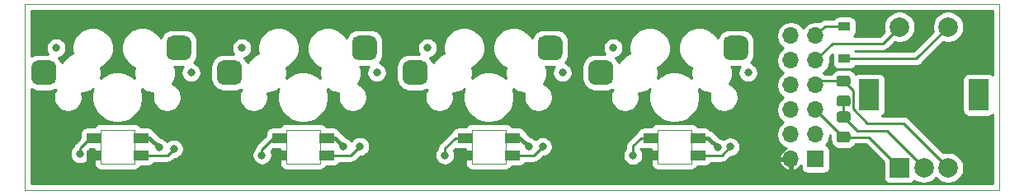
<source format=gbr>
%TF.GenerationSoftware,KiCad,Pcbnew,(5.1.6)-1*%
%TF.CreationDate,2020-11-05T08:07:17+01:00*%
%TF.ProjectId,DaPad4D,44615061-6434-4442-9e6b-696361645f70,v0.9*%
%TF.SameCoordinates,PX2d0e2e0PY4328bfc*%
%TF.FileFunction,Copper,L2,Bot*%
%TF.FilePolarity,Positive*%
%FSLAX46Y46*%
G04 Gerber Fmt 4.6, Leading zero omitted, Abs format (unit mm)*
G04 Created by KiCad (PCBNEW (5.1.6)-1) date 2020-11-05 08:07:17*
%MOMM*%
%LPD*%
G01*
G04 APERTURE LIST*
%TA.AperFunction,Profile*%
%ADD10C,0.050000*%
%TD*%
%TA.AperFunction,EtchedComponent*%
%ADD11C,0.050000*%
%TD*%
%TA.AperFunction,ComponentPad*%
%ADD12O,1.700000X1.700000*%
%TD*%
%TA.AperFunction,ComponentPad*%
%ADD13R,1.700000X1.700000*%
%TD*%
%TA.AperFunction,SMDPad,CuDef*%
%ADD14R,1.600000X1.000000*%
%TD*%
%TA.AperFunction,SMDPad,CuDef*%
%ADD15R,1.200000X0.900000*%
%TD*%
%TA.AperFunction,ComponentPad*%
%ADD16C,2.000000*%
%TD*%
%TA.AperFunction,ComponentPad*%
%ADD17R,2.000000X3.200000*%
%TD*%
%TA.AperFunction,ComponentPad*%
%ADD18R,2.000000X2.000000*%
%TD*%
%TA.AperFunction,ViaPad*%
%ADD19C,0.800000*%
%TD*%
%TA.AperFunction,Conductor*%
%ADD20C,0.250000*%
%TD*%
%TA.AperFunction,Conductor*%
%ADD21C,0.450000*%
%TD*%
%TA.AperFunction,Conductor*%
%ADD22C,0.254000*%
%TD*%
G04 APERTURE END LIST*
D10*
X0Y-25000D02*
X0Y19075000D01*
X99999800Y-25000D02*
X0Y-25000D01*
X99999800Y19075400D02*
X99999800Y-25000D01*
X0Y19075000D02*
X100000000Y19075000D01*
D11*
%TO.C,D5*%
X30325000Y2695000D02*
X26825000Y2695000D01*
X26825000Y6195000D02*
X30325000Y6195000D01*
X30325000Y6195000D02*
X30325000Y2695000D01*
X26825000Y6195000D02*
X26825000Y2695000D01*
%TO.C,D4*%
X49375000Y2695000D02*
X45875000Y2695000D01*
X45875000Y6195000D02*
X49375000Y6195000D01*
X49375000Y6195000D02*
X49375000Y2695000D01*
X45875000Y6195000D02*
X45875000Y2695000D01*
%TO.C,D3*%
X68425000Y2695000D02*
X64925000Y2695000D01*
X64925000Y6195000D02*
X68425000Y6195000D01*
X68425000Y6195000D02*
X68425000Y2695000D01*
X64925000Y6195000D02*
X64925000Y2695000D01*
%TO.C,D6*%
X11275000Y2695000D02*
X7775000Y2695000D01*
X7775000Y6195000D02*
X11275000Y6195000D01*
X11275000Y6195000D02*
X11275000Y2695000D01*
X7775000Y6195000D02*
X7775000Y2695000D01*
%TD*%
%TO.P,SW4,1*%
%TO.N,Col4*%
%TA.AperFunction,SMDPad,CuDef*%
G36*
G01*
X74240000Y15230000D02*
X74240000Y13980000D01*
G75*
G02*
X73615000Y13355000I-625000J0D01*
G01*
X72315000Y13355000D01*
G75*
G02*
X71690000Y13980000I0J625000D01*
G01*
X71690000Y15230000D01*
G75*
G02*
X72315000Y15855000I625000J0D01*
G01*
X73615000Y15855000D01*
G75*
G02*
X74240000Y15230000I0J-625000D01*
G01*
G37*
%TD.AperFunction*%
%TO.P,SW4,2*%
%TO.N,Net-(D1-Pad4)*%
%TA.AperFunction,SMDPad,CuDef*%
G36*
G01*
X60390000Y12690000D02*
X60390000Y11440000D01*
G75*
G02*
X59765000Y10815000I-625000J0D01*
G01*
X58465000Y10815000D01*
G75*
G02*
X57840000Y11440000I0J625000D01*
G01*
X57840000Y12690000D01*
G75*
G02*
X58465000Y13315000I625000J0D01*
G01*
X59765000Y13315000D01*
G75*
G02*
X60390000Y12690000I0J-625000D01*
G01*
G37*
%TD.AperFunction*%
%TD*%
%TO.P,SW3,1*%
%TO.N,Col3*%
%TA.AperFunction,SMDPad,CuDef*%
G36*
G01*
X55190000Y15230000D02*
X55190000Y13980000D01*
G75*
G02*
X54565000Y13355000I-625000J0D01*
G01*
X53265000Y13355000D01*
G75*
G02*
X52640000Y13980000I0J625000D01*
G01*
X52640000Y15230000D01*
G75*
G02*
X53265000Y15855000I625000J0D01*
G01*
X54565000Y15855000D01*
G75*
G02*
X55190000Y15230000I0J-625000D01*
G01*
G37*
%TD.AperFunction*%
%TO.P,SW3,2*%
%TO.N,Net-(D1-Pad5)*%
%TA.AperFunction,SMDPad,CuDef*%
G36*
G01*
X41340000Y12690000D02*
X41340000Y11440000D01*
G75*
G02*
X40715000Y10815000I-625000J0D01*
G01*
X39415000Y10815000D01*
G75*
G02*
X38790000Y11440000I0J625000D01*
G01*
X38790000Y12690000D01*
G75*
G02*
X39415000Y13315000I625000J0D01*
G01*
X40715000Y13315000D01*
G75*
G02*
X41340000Y12690000I0J-625000D01*
G01*
G37*
%TD.AperFunction*%
%TD*%
%TO.P,SW2,1*%
%TO.N,Col2*%
%TA.AperFunction,SMDPad,CuDef*%
G36*
G01*
X36140000Y15230000D02*
X36140000Y13980000D01*
G75*
G02*
X35515000Y13355000I-625000J0D01*
G01*
X34215000Y13355000D01*
G75*
G02*
X33590000Y13980000I0J625000D01*
G01*
X33590000Y15230000D01*
G75*
G02*
X34215000Y15855000I625000J0D01*
G01*
X35515000Y15855000D01*
G75*
G02*
X36140000Y15230000I0J-625000D01*
G01*
G37*
%TD.AperFunction*%
%TO.P,SW2,2*%
%TO.N,Net-(D1-Pad1)*%
%TA.AperFunction,SMDPad,CuDef*%
G36*
G01*
X22290000Y12690000D02*
X22290000Y11440000D01*
G75*
G02*
X21665000Y10815000I-625000J0D01*
G01*
X20365000Y10815000D01*
G75*
G02*
X19740000Y11440000I0J625000D01*
G01*
X19740000Y12690000D01*
G75*
G02*
X20365000Y13315000I625000J0D01*
G01*
X21665000Y13315000D01*
G75*
G02*
X22290000Y12690000I0J-625000D01*
G01*
G37*
%TD.AperFunction*%
%TD*%
%TO.P,SW1,1*%
%TO.N,Col1*%
%TA.AperFunction,SMDPad,CuDef*%
G36*
G01*
X17090000Y15230000D02*
X17090000Y13980000D01*
G75*
G02*
X16465000Y13355000I-625000J0D01*
G01*
X15165000Y13355000D01*
G75*
G02*
X14540000Y13980000I0J625000D01*
G01*
X14540000Y15230000D01*
G75*
G02*
X15165000Y15855000I625000J0D01*
G01*
X16465000Y15855000D01*
G75*
G02*
X17090000Y15230000I0J-625000D01*
G01*
G37*
%TD.AperFunction*%
%TO.P,SW1,2*%
%TO.N,Net-(D1-Pad2)*%
%TA.AperFunction,SMDPad,CuDef*%
G36*
G01*
X3240000Y12690000D02*
X3240000Y11440000D01*
G75*
G02*
X2615000Y10815000I-625000J0D01*
G01*
X1315000Y10815000D01*
G75*
G02*
X690000Y11440000I0J625000D01*
G01*
X690000Y12690000D01*
G75*
G02*
X1315000Y13315000I625000J0D01*
G01*
X2615000Y13315000D01*
G75*
G02*
X3240000Y12690000I0J-625000D01*
G01*
G37*
%TD.AperFunction*%
%TD*%
D12*
%TO.P,J1,12*%
%TO.N,Col1*%
X78625700Y15862300D03*
%TO.P,J1,11*%
%TO.N,Col5*%
X81165700Y15862300D03*
%TO.P,J1,10*%
%TO.N,Col2*%
X78625700Y13322300D03*
%TO.P,J1,9*%
%TO.N,Row1*%
X81165700Y13322300D03*
%TO.P,J1,8*%
%TO.N,Col3*%
X78625700Y10782300D03*
%TO.P,J1,7*%
%TO.N,D1*%
X81165700Y10782300D03*
%TO.P,J1,6*%
%TO.N,Col4*%
X78625700Y8242300D03*
%TO.P,J1,5*%
%TO.N,D0*%
X81165700Y8242300D03*
%TO.P,J1,4*%
%TO.N,RGB_IN*%
X78625700Y5702300D03*
%TO.P,J1,3*%
%TO.N,RGB_OUT*%
X81165700Y5702300D03*
%TO.P,J1,2*%
%TO.N,GND*%
X78625700Y3162300D03*
D13*
%TO.P,J1,1*%
%TO.N,VCC*%
X81165700Y3162300D03*
%TD*%
%TO.P,C2,2*%
%TO.N,D1*%
%TA.AperFunction,SMDPad,CuDef*%
G36*
G01*
X84473201Y10622700D02*
X83573199Y10622700D01*
G75*
G02*
X83323200Y10872699I0J249999D01*
G01*
X83323200Y11522701D01*
G75*
G02*
X83573199Y11772700I249999J0D01*
G01*
X84473201Y11772700D01*
G75*
G02*
X84723200Y11522701I0J-249999D01*
G01*
X84723200Y10872699D01*
G75*
G02*
X84473201Y10622700I-249999J0D01*
G01*
G37*
%TD.AperFunction*%
%TO.P,C2,1*%
%TO.N,Net-(C1-Pad2)*%
%TA.AperFunction,SMDPad,CuDef*%
G36*
G01*
X84473201Y8572700D02*
X83573199Y8572700D01*
G75*
G02*
X83323200Y8822699I0J249999D01*
G01*
X83323200Y9472701D01*
G75*
G02*
X83573199Y9722700I249999J0D01*
G01*
X84473201Y9722700D01*
G75*
G02*
X84723200Y9472701I0J-249999D01*
G01*
X84723200Y8822699D01*
G75*
G02*
X84473201Y8572700I-249999J0D01*
G01*
G37*
%TD.AperFunction*%
%TD*%
%TO.P,C1,2*%
%TO.N,Net-(C1-Pad2)*%
%TA.AperFunction,SMDPad,CuDef*%
G36*
G01*
X84473201Y6914300D02*
X83573199Y6914300D01*
G75*
G02*
X83323200Y7164299I0J249999D01*
G01*
X83323200Y7814301D01*
G75*
G02*
X83573199Y8064300I249999J0D01*
G01*
X84473201Y8064300D01*
G75*
G02*
X84723200Y7814301I0J-249999D01*
G01*
X84723200Y7164299D01*
G75*
G02*
X84473201Y6914300I-249999J0D01*
G01*
G37*
%TD.AperFunction*%
%TO.P,C1,1*%
%TO.N,D0*%
%TA.AperFunction,SMDPad,CuDef*%
G36*
G01*
X84473201Y4864300D02*
X83573199Y4864300D01*
G75*
G02*
X83323200Y5114299I0J249999D01*
G01*
X83323200Y5764301D01*
G75*
G02*
X83573199Y6014300I249999J0D01*
G01*
X84473201Y6014300D01*
G75*
G02*
X84723200Y5764301I0J-249999D01*
G01*
X84723200Y5114299D01*
G75*
G02*
X84473201Y4864300I-249999J0D01*
G01*
G37*
%TD.AperFunction*%
%TD*%
D14*
%TO.P,D5,3*%
%TO.N,Net-(D4-Pad1)*%
X30975000Y3570000D03*
%TO.P,D5,4*%
%TO.N,VCC*%
X30975000Y5320000D03*
%TO.P,D5,1*%
%TO.N,Net-(D5-Pad1)*%
X26175000Y5320000D03*
%TO.P,D5,2*%
%TO.N,GND*%
X26175000Y3570000D03*
%TD*%
%TO.P,D4,3*%
%TO.N,Net-(D3-Pad1)*%
X50025000Y3570000D03*
%TO.P,D4,4*%
%TO.N,VCC*%
X50025000Y5320000D03*
%TO.P,D4,1*%
%TO.N,Net-(D4-Pad1)*%
X45225000Y5320000D03*
%TO.P,D4,2*%
%TO.N,GND*%
X45225000Y3570000D03*
%TD*%
%TO.P,D3,3*%
%TO.N,RGB_IN*%
X69075000Y3570000D03*
%TO.P,D3,4*%
%TO.N,VCC*%
X69075000Y5320000D03*
%TO.P,D3,1*%
%TO.N,Net-(D3-Pad1)*%
X64275000Y5320000D03*
%TO.P,D3,2*%
%TO.N,GND*%
X64275000Y3570000D03*
%TD*%
%TO.P,D6,3*%
%TO.N,Net-(D5-Pad1)*%
X11925000Y3570000D03*
%TO.P,D6,4*%
%TO.N,VCC*%
X11925000Y5320000D03*
%TO.P,D6,1*%
%TO.N,RGB_OUT*%
X7125000Y5320000D03*
%TO.P,D6,2*%
%TO.N,GND*%
X7125000Y3570000D03*
%TD*%
D15*
%TO.P,D2,2*%
%TO.N,Net-(D2-Pad2)*%
X84099400Y13501100D03*
%TO.P,D2,1*%
%TO.N,Col5*%
X84099400Y16801100D03*
%TD*%
D16*
%TO.P,SW5,S1*%
%TO.N,Net-(D2-Pad2)*%
X94765500Y16775000D03*
%TO.P,SW5,S2*%
%TO.N,Row1*%
X89765500Y16775000D03*
D17*
%TO.P,SW5,MP*%
%TO.N,N/C*%
X97865500Y9775000D03*
X86665500Y9775000D03*
D16*
%TO.P,SW5,B*%
%TO.N,D1*%
X94765500Y2275000D03*
%TO.P,SW5,C*%
%TO.N,Net-(C1-Pad2)*%
X92265500Y2275000D03*
D18*
%TO.P,SW5,A*%
%TO.N,D0*%
X89765500Y2275000D03*
%TD*%
D19*
%TO.N,Net-(D1-Pad4)*%
X59115000Y12065000D03*
X74235000Y12065000D03*
%TO.N,Net-(D1-Pad2)*%
X1965000Y12065000D03*
X17085000Y12065000D03*
%TO.N,Net-(D1-Pad5)*%
X40065000Y12065000D03*
X55185000Y12065000D03*
%TO.N,Net-(D1-Pad1)*%
X21015000Y12065000D03*
X36135000Y12065000D03*
%TO.N,Net-(D4-Pad1)*%
X34407076Y4485876D03*
X43127900Y3570002D03*
%TO.N,Net-(D5-Pad1)*%
X24345900Y3568700D03*
X15303500Y4216400D03*
%TO.N,Col1*%
X15815000Y14605000D03*
X3235000Y14605000D03*
%TO.N,Col2*%
X34865000Y14605000D03*
X22285000Y14605000D03*
%TO.N,Col3*%
X53915000Y14605000D03*
X41335000Y14605000D03*
%TO.N,Col4*%
X72965000Y14605000D03*
X60385000Y14605000D03*
%TO.N,VCC*%
X71117040Y4345010D03*
X51714400Y4457700D03*
X32715200Y4432300D03*
X13779500Y4368800D03*
%TO.N,GND*%
X57912000Y5143500D03*
X38849300Y5321300D03*
X94881700Y10299700D03*
X18542000Y6248400D03*
X2235200Y6324600D03*
%TO.N,Net-(D3-Pad1)*%
X53149500Y4457700D03*
X62433200Y3556000D03*
%TO.N,RGB_IN*%
X72390000Y4432300D03*
%TO.N,RGB_OUT*%
X5674998Y3695700D03*
%TD*%
D20*
%TO.N,Net-(D2-Pad2)*%
X91491600Y13501100D02*
X94765500Y16775000D01*
X84099400Y13501100D02*
X91491600Y13501100D01*
%TO.N,Net-(D4-Pad1)*%
X33491200Y3570000D02*
X34407076Y4485876D01*
X30975000Y3570000D02*
X33491200Y3570000D01*
X44175000Y5320000D02*
X43127900Y4272900D01*
X45225000Y5320000D02*
X44175000Y5320000D01*
X43127900Y4272900D02*
X43127900Y3570002D01*
%TO.N,Net-(D5-Pad1)*%
X25531515Y5320000D02*
X26175000Y5320000D01*
X24345900Y4134385D02*
X25531515Y5320000D01*
X24345900Y3568700D02*
X24345900Y4134385D01*
X14657100Y3570000D02*
X11925000Y3570000D01*
X15303500Y4216400D02*
X14657100Y3570000D01*
%TO.N,Row1*%
X89765500Y16775000D02*
X88065400Y15074900D01*
X82918300Y15074900D02*
X81165700Y13322300D01*
X88065400Y15074900D02*
X82918300Y15074900D01*
%TO.N,D1*%
X84998210Y8347288D02*
X86474798Y6870700D01*
X84998210Y10222690D02*
X84998210Y8347288D01*
X84023200Y11197700D02*
X84998210Y10222690D01*
X90169800Y6870700D02*
X94765500Y2275000D01*
X86474798Y6870700D02*
X90169800Y6870700D01*
X81581100Y11197700D02*
X81165700Y10782300D01*
X84023200Y11197700D02*
X81581100Y11197700D01*
%TO.N,D0*%
X86601200Y5439300D02*
X89765500Y2275000D01*
X84023200Y5439300D02*
X86601200Y5439300D01*
X83968700Y5439300D02*
X84023200Y5439300D01*
X81165700Y8242300D02*
X83968700Y5439300D01*
D21*
%TO.N,VCC*%
X69075000Y5320000D02*
X70142050Y5320000D01*
X70142050Y5320000D02*
X71117040Y4345010D01*
X50852100Y5320000D02*
X50025000Y5320000D01*
X51714400Y4457700D02*
X50852100Y5320000D01*
X30975000Y5320000D02*
X31827500Y5320000D01*
X31827500Y5320000D02*
X32715200Y4432300D01*
X12828300Y5320000D02*
X11925000Y5320000D01*
X13779500Y4368800D02*
X12828300Y5320000D01*
D20*
%TO.N,Col5*%
X82104500Y16801100D02*
X81165700Y15862300D01*
X84099400Y16801100D02*
X82104500Y16801100D01*
%TO.N,Net-(D3-Pad1)*%
X52261800Y3570000D02*
X50025000Y3570000D01*
X53149500Y4457700D02*
X52261800Y3570000D01*
X62433200Y4528200D02*
X62433200Y3556000D01*
X64275000Y5320000D02*
X63225000Y5320000D01*
X63225000Y5320000D02*
X62433200Y4528200D01*
%TO.N,Net-(C1-Pad2)*%
X84023200Y7489300D02*
X84023200Y9147700D01*
X91265501Y3274999D02*
X92265500Y2275000D01*
X88508000Y6032500D02*
X91265501Y3274999D01*
X84023200Y7489300D02*
X85480000Y6032500D01*
X85480000Y6032500D02*
X88508000Y6032500D01*
%TO.N,RGB_IN*%
X69075000Y3570000D02*
X71527700Y3570000D01*
X71527700Y3570000D02*
X72390000Y4432300D01*
%TO.N,RGB_OUT*%
X5674998Y4261385D02*
X6733613Y5320000D01*
X6733613Y5320000D02*
X7125000Y5320000D01*
X5674998Y3695700D02*
X5674998Y4261385D01*
%TD*%
D22*
%TO.N,GND*%
G36*
X99339800Y11798019D02*
G01*
X99316685Y11826185D01*
X99219994Y11905537D01*
X99109680Y11964502D01*
X98989982Y12000812D01*
X98865500Y12013072D01*
X96865500Y12013072D01*
X96741018Y12000812D01*
X96621320Y11964502D01*
X96511006Y11905537D01*
X96414315Y11826185D01*
X96334963Y11729494D01*
X96275998Y11619180D01*
X96239688Y11499482D01*
X96227428Y11375000D01*
X96227428Y8175000D01*
X96239688Y8050518D01*
X96275998Y7930820D01*
X96334963Y7820506D01*
X96414315Y7723815D01*
X96511006Y7644463D01*
X96621320Y7585498D01*
X96741018Y7549188D01*
X96865500Y7536928D01*
X98865500Y7536928D01*
X98989982Y7549188D01*
X99109680Y7585498D01*
X99219994Y7644463D01*
X99316685Y7723815D01*
X99339801Y7751982D01*
X99339801Y635000D01*
X660000Y635000D01*
X660000Y3797639D01*
X4639998Y3797639D01*
X4639998Y3593761D01*
X4679772Y3393802D01*
X4757793Y3205444D01*
X4871061Y3035926D01*
X5015224Y2891763D01*
X5184742Y2778495D01*
X5373100Y2700474D01*
X5573059Y2660700D01*
X5776937Y2660700D01*
X5976896Y2700474D01*
X6165254Y2778495D01*
X6334772Y2891763D01*
X6478935Y3035926D01*
X6592203Y3205444D01*
X6670224Y3393802D01*
X6709998Y3593761D01*
X6709998Y3797639D01*
X6670224Y3997598D01*
X6616269Y4127855D01*
X6670342Y4181928D01*
X7115001Y4181928D01*
X7115001Y2727429D01*
X7111807Y2695000D01*
X7124550Y2565617D01*
X7162290Y2441207D01*
X7223575Y2326550D01*
X7306052Y2226052D01*
X7406550Y2143575D01*
X7521207Y2082290D01*
X7645617Y2044550D01*
X7742581Y2035000D01*
X7775000Y2031807D01*
X7807419Y2035000D01*
X11242581Y2035000D01*
X11275000Y2031807D01*
X11307419Y2035000D01*
X11404383Y2044550D01*
X11528793Y2082290D01*
X11643450Y2143575D01*
X11743948Y2226052D01*
X11826425Y2326550D01*
X11882750Y2431928D01*
X12725000Y2431928D01*
X12849482Y2444188D01*
X12969180Y2480498D01*
X13079494Y2539463D01*
X13176185Y2618815D01*
X13255537Y2715506D01*
X13306046Y2810000D01*
X14619778Y2810000D01*
X14657100Y2806324D01*
X14694422Y2810000D01*
X14694433Y2810000D01*
X14806086Y2820997D01*
X14949347Y2864454D01*
X15081376Y2935026D01*
X15197101Y3029999D01*
X15220903Y3059002D01*
X15343301Y3181400D01*
X15405439Y3181400D01*
X15605398Y3221174D01*
X15793756Y3299195D01*
X15963274Y3412463D01*
X16107437Y3556626D01*
X16183617Y3670639D01*
X23310900Y3670639D01*
X23310900Y3466761D01*
X23350674Y3266802D01*
X23428695Y3078444D01*
X23541963Y2908926D01*
X23686126Y2764763D01*
X23855644Y2651495D01*
X24044002Y2573474D01*
X24243961Y2533700D01*
X24447839Y2533700D01*
X24647798Y2573474D01*
X24836156Y2651495D01*
X25005674Y2764763D01*
X25149837Y2908926D01*
X25263105Y3078444D01*
X25341126Y3266802D01*
X25380900Y3466761D01*
X25380900Y3670639D01*
X25341126Y3870598D01*
X25287171Y4000855D01*
X25468244Y4181928D01*
X26165001Y4181928D01*
X26165001Y2727429D01*
X26161807Y2695000D01*
X26174550Y2565617D01*
X26212290Y2441207D01*
X26273575Y2326550D01*
X26356052Y2226052D01*
X26456550Y2143575D01*
X26571207Y2082290D01*
X26695617Y2044550D01*
X26792581Y2035000D01*
X26825000Y2031807D01*
X26857419Y2035000D01*
X30292581Y2035000D01*
X30325000Y2031807D01*
X30357419Y2035000D01*
X30454383Y2044550D01*
X30578793Y2082290D01*
X30693450Y2143575D01*
X30793948Y2226052D01*
X30876425Y2326550D01*
X30932750Y2431928D01*
X31775000Y2431928D01*
X31899482Y2444188D01*
X32019180Y2480498D01*
X32129494Y2539463D01*
X32226185Y2618815D01*
X32305537Y2715506D01*
X32356046Y2810000D01*
X33453878Y2810000D01*
X33491200Y2806324D01*
X33528522Y2810000D01*
X33528533Y2810000D01*
X33640186Y2820997D01*
X33783447Y2864454D01*
X33915476Y2935026D01*
X34031201Y3029999D01*
X34055003Y3059002D01*
X34446877Y3450876D01*
X34509015Y3450876D01*
X34708974Y3490650D01*
X34897332Y3568671D01*
X35051886Y3671941D01*
X42092900Y3671941D01*
X42092900Y3468063D01*
X42132674Y3268104D01*
X42210695Y3079746D01*
X42323963Y2910228D01*
X42468126Y2766065D01*
X42637644Y2652797D01*
X42826002Y2574776D01*
X43025961Y2535002D01*
X43229839Y2535002D01*
X43429798Y2574776D01*
X43618156Y2652797D01*
X43787674Y2766065D01*
X43931837Y2910228D01*
X44045105Y3079746D01*
X44123126Y3268104D01*
X44162900Y3468063D01*
X44162900Y3671941D01*
X44123126Y3871900D01*
X44045105Y4060258D01*
X44023057Y4093255D01*
X44167447Y4237646D01*
X44180820Y4230498D01*
X44300518Y4194188D01*
X44425000Y4181928D01*
X45215001Y4181928D01*
X45215001Y2727429D01*
X45211807Y2695000D01*
X45224550Y2565617D01*
X45262290Y2441207D01*
X45323575Y2326550D01*
X45406052Y2226052D01*
X45506550Y2143575D01*
X45621207Y2082290D01*
X45745617Y2044550D01*
X45842581Y2035000D01*
X45875000Y2031807D01*
X45907419Y2035000D01*
X49342581Y2035000D01*
X49375000Y2031807D01*
X49407419Y2035000D01*
X49504383Y2044550D01*
X49628793Y2082290D01*
X49743450Y2143575D01*
X49843948Y2226052D01*
X49926425Y2326550D01*
X49982750Y2431928D01*
X50825000Y2431928D01*
X50949482Y2444188D01*
X51069180Y2480498D01*
X51179494Y2539463D01*
X51276185Y2618815D01*
X51355537Y2715506D01*
X51406046Y2810000D01*
X52224478Y2810000D01*
X52261800Y2806324D01*
X52299122Y2810000D01*
X52299133Y2810000D01*
X52410786Y2820997D01*
X52554047Y2864454D01*
X52686076Y2935026D01*
X52801801Y3029999D01*
X52825603Y3059002D01*
X53189302Y3422700D01*
X53251439Y3422700D01*
X53451398Y3462474D01*
X53639756Y3540495D01*
X53809274Y3653763D01*
X53813450Y3657939D01*
X61398200Y3657939D01*
X61398200Y3454061D01*
X61437974Y3254102D01*
X61515995Y3065744D01*
X61629263Y2896226D01*
X61773426Y2752063D01*
X61942944Y2638795D01*
X62131302Y2560774D01*
X62331261Y2521000D01*
X62535139Y2521000D01*
X62735098Y2560774D01*
X62923456Y2638795D01*
X63092974Y2752063D01*
X63237137Y2896226D01*
X63350405Y3065744D01*
X63428426Y3254102D01*
X63468200Y3454061D01*
X63468200Y3657939D01*
X63428426Y3857898D01*
X63350405Y4046256D01*
X63237137Y4215774D01*
X63216356Y4236555D01*
X63217447Y4237646D01*
X63230820Y4230498D01*
X63350518Y4194188D01*
X63475000Y4181928D01*
X64265001Y4181928D01*
X64265001Y2727429D01*
X64261807Y2695000D01*
X64274550Y2565617D01*
X64312290Y2441207D01*
X64373575Y2326550D01*
X64456052Y2226052D01*
X64556550Y2143575D01*
X64671207Y2082290D01*
X64795617Y2044550D01*
X64892581Y2035000D01*
X64925000Y2031807D01*
X64957419Y2035000D01*
X68392581Y2035000D01*
X68425000Y2031807D01*
X68457419Y2035000D01*
X68554383Y2044550D01*
X68678793Y2082290D01*
X68793450Y2143575D01*
X68893948Y2226052D01*
X68976425Y2326550D01*
X69032750Y2431928D01*
X69875000Y2431928D01*
X69999482Y2444188D01*
X70119180Y2480498D01*
X70229494Y2539463D01*
X70326185Y2618815D01*
X70405537Y2715506D01*
X70456046Y2810000D01*
X71490378Y2810000D01*
X71527700Y2806324D01*
X71565022Y2810000D01*
X71565033Y2810000D01*
X71676686Y2820997D01*
X71756869Y2845320D01*
X77436211Y2845320D01*
X77460566Y2765012D01*
X77560461Y2545339D01*
X77701292Y2349376D01*
X77877648Y2184653D01*
X78082751Y2057501D01*
X78308719Y1972805D01*
X78498700Y2033113D01*
X78498700Y3035300D01*
X77497073Y3035300D01*
X77436211Y2845320D01*
X71756869Y2845320D01*
X71819947Y2864454D01*
X71951976Y2935026D01*
X72067701Y3029999D01*
X72091503Y3059002D01*
X72429801Y3397300D01*
X72491939Y3397300D01*
X72691898Y3437074D01*
X72880256Y3515095D01*
X73049774Y3628363D01*
X73193937Y3772526D01*
X73307205Y3942044D01*
X73385226Y4130402D01*
X73425000Y4330361D01*
X73425000Y4534239D01*
X73385226Y4734198D01*
X73307205Y4922556D01*
X73193937Y5092074D01*
X73049774Y5236237D01*
X72880256Y5349505D01*
X72691898Y5427526D01*
X72491939Y5467300D01*
X72288061Y5467300D01*
X72088102Y5427526D01*
X71899744Y5349505D01*
X71730226Y5236237D01*
X71696560Y5202571D01*
X71607296Y5262215D01*
X71418938Y5340236D01*
X71317950Y5360324D01*
X70780038Y5898235D01*
X70753104Y5931054D01*
X70622152Y6038524D01*
X70472750Y6118381D01*
X70428328Y6131856D01*
X70405537Y6174494D01*
X70326185Y6271185D01*
X70229494Y6350537D01*
X70119180Y6409502D01*
X69999482Y6445812D01*
X69875000Y6458072D01*
X69032750Y6458072D01*
X68976425Y6563450D01*
X68893948Y6663948D01*
X68793450Y6746425D01*
X68678793Y6807710D01*
X68554383Y6845450D01*
X68457419Y6855000D01*
X68425000Y6858193D01*
X68392581Y6855000D01*
X64957419Y6855000D01*
X64925000Y6858193D01*
X64795617Y6845450D01*
X64671207Y6807710D01*
X64556550Y6746425D01*
X64456052Y6663948D01*
X64373575Y6563450D01*
X64317250Y6458072D01*
X63475000Y6458072D01*
X63350518Y6445812D01*
X63230820Y6409502D01*
X63120506Y6350537D01*
X63023815Y6271185D01*
X62944463Y6174494D01*
X62885498Y6064180D01*
X62862366Y5987923D01*
X62800724Y5954974D01*
X62684999Y5860001D01*
X62661201Y5831002D01*
X61922202Y5092003D01*
X61893199Y5068201D01*
X61838071Y5001026D01*
X61798226Y4952476D01*
X61742865Y4848903D01*
X61727654Y4820446D01*
X61684197Y4677185D01*
X61673200Y4565532D01*
X61673200Y4565522D01*
X61669524Y4528200D01*
X61673200Y4490877D01*
X61673200Y4259711D01*
X61629263Y4215774D01*
X61515995Y4046256D01*
X61437974Y3857898D01*
X61398200Y3657939D01*
X53813450Y3657939D01*
X53953437Y3797926D01*
X54066705Y3967444D01*
X54144726Y4155802D01*
X54184500Y4355761D01*
X54184500Y4559639D01*
X54144726Y4759598D01*
X54066705Y4947956D01*
X53953437Y5117474D01*
X53809274Y5261637D01*
X53639756Y5374905D01*
X53451398Y5452926D01*
X53251439Y5492700D01*
X53047561Y5492700D01*
X52847602Y5452926D01*
X52659244Y5374905D01*
X52489726Y5261637D01*
X52431950Y5203861D01*
X52374174Y5261637D01*
X52204656Y5374905D01*
X52016298Y5452926D01*
X51915310Y5473014D01*
X51490088Y5898235D01*
X51463154Y5931054D01*
X51451165Y5940893D01*
X51450812Y5944482D01*
X51414502Y6064180D01*
X51355537Y6174494D01*
X51276185Y6271185D01*
X51179494Y6350537D01*
X51069180Y6409502D01*
X50949482Y6445812D01*
X50825000Y6458072D01*
X49982750Y6458072D01*
X49926425Y6563450D01*
X49843948Y6663948D01*
X49743450Y6746425D01*
X49628793Y6807710D01*
X49504383Y6845450D01*
X49407419Y6855000D01*
X49375000Y6858193D01*
X49342581Y6855000D01*
X45907419Y6855000D01*
X45875000Y6858193D01*
X45745617Y6845450D01*
X45621207Y6807710D01*
X45506550Y6746425D01*
X45406052Y6663948D01*
X45323575Y6563450D01*
X45267250Y6458072D01*
X44425000Y6458072D01*
X44300518Y6445812D01*
X44180820Y6409502D01*
X44070506Y6350537D01*
X43973815Y6271185D01*
X43894463Y6174494D01*
X43835498Y6064180D01*
X43812366Y5987923D01*
X43750723Y5954974D01*
X43721577Y5931054D01*
X43634999Y5860001D01*
X43611201Y5831003D01*
X42616902Y4836704D01*
X42587899Y4812901D01*
X42546948Y4763001D01*
X42492926Y4697176D01*
X42448710Y4614454D01*
X42422354Y4565146D01*
X42378897Y4421885D01*
X42367900Y4310232D01*
X42367900Y4310222D01*
X42364224Y4272900D01*
X42364481Y4270294D01*
X42323963Y4229776D01*
X42210695Y4060258D01*
X42132674Y3871900D01*
X42092900Y3671941D01*
X35051886Y3671941D01*
X35066850Y3681939D01*
X35211013Y3826102D01*
X35324281Y3995620D01*
X35402302Y4183978D01*
X35442076Y4383937D01*
X35442076Y4587815D01*
X35402302Y4787774D01*
X35324281Y4976132D01*
X35211013Y5145650D01*
X35066850Y5289813D01*
X34897332Y5403081D01*
X34708974Y5481102D01*
X34509015Y5520876D01*
X34305137Y5520876D01*
X34105178Y5481102D01*
X33916820Y5403081D01*
X33747302Y5289813D01*
X33603139Y5145650D01*
X33543239Y5056003D01*
X33519137Y5092074D01*
X33374974Y5236237D01*
X33205456Y5349505D01*
X33017098Y5427526D01*
X32916109Y5447614D01*
X32465488Y5898235D01*
X32438554Y5931054D01*
X32393725Y5967844D01*
X32364502Y6064180D01*
X32305537Y6174494D01*
X32226185Y6271185D01*
X32129494Y6350537D01*
X32019180Y6409502D01*
X31899482Y6445812D01*
X31775000Y6458072D01*
X30932750Y6458072D01*
X30876425Y6563450D01*
X30793948Y6663948D01*
X30693450Y6746425D01*
X30578793Y6807710D01*
X30454383Y6845450D01*
X30357419Y6855000D01*
X30325000Y6858193D01*
X30292581Y6855000D01*
X26857419Y6855000D01*
X26825000Y6858193D01*
X26695617Y6845450D01*
X26571207Y6807710D01*
X26456550Y6746425D01*
X26356052Y6663948D01*
X26273575Y6563450D01*
X26217250Y6458072D01*
X25375000Y6458072D01*
X25250518Y6445812D01*
X25130820Y6409502D01*
X25020506Y6350537D01*
X24923815Y6271185D01*
X24844463Y6174494D01*
X24785498Y6064180D01*
X24749188Y5944482D01*
X24736928Y5820000D01*
X24736928Y5600215D01*
X23834898Y4698184D01*
X23805900Y4674386D01*
X23782102Y4645388D01*
X23782101Y4645387D01*
X23710926Y4558661D01*
X23664937Y4472621D01*
X23640354Y4426632D01*
X23596913Y4283424D01*
X23541963Y4228474D01*
X23428695Y4058956D01*
X23350674Y3870598D01*
X23310900Y3670639D01*
X16183617Y3670639D01*
X16220705Y3726144D01*
X16298726Y3914502D01*
X16338500Y4114461D01*
X16338500Y4318339D01*
X16298726Y4518298D01*
X16220705Y4706656D01*
X16107437Y4876174D01*
X15963274Y5020337D01*
X15793756Y5133605D01*
X15605398Y5211626D01*
X15405439Y5251400D01*
X15201561Y5251400D01*
X15001602Y5211626D01*
X14813244Y5133605D01*
X14643726Y5020337D01*
X14610885Y4987496D01*
X14583437Y5028574D01*
X14439274Y5172737D01*
X14269756Y5286005D01*
X14081398Y5364026D01*
X13980410Y5384114D01*
X13466288Y5898235D01*
X13439354Y5931054D01*
X13326886Y6023354D01*
X13314502Y6064180D01*
X13255537Y6174494D01*
X13176185Y6271185D01*
X13079494Y6350537D01*
X12969180Y6409502D01*
X12849482Y6445812D01*
X12725000Y6458072D01*
X11882750Y6458072D01*
X11826425Y6563450D01*
X11743948Y6663948D01*
X11643450Y6746425D01*
X11528793Y6807710D01*
X11404383Y6845450D01*
X11307419Y6855000D01*
X11275000Y6858193D01*
X11242581Y6855000D01*
X7807419Y6855000D01*
X7775000Y6858193D01*
X7645617Y6845450D01*
X7521207Y6807710D01*
X7406550Y6746425D01*
X7306052Y6663948D01*
X7223575Y6563450D01*
X7167250Y6458072D01*
X6325000Y6458072D01*
X6200518Y6445812D01*
X6080820Y6409502D01*
X5970506Y6350537D01*
X5873815Y6271185D01*
X5794463Y6174494D01*
X5735498Y6064180D01*
X5699188Y5944482D01*
X5686928Y5820000D01*
X5686928Y5348117D01*
X5163996Y4825184D01*
X5134998Y4801386D01*
X5111200Y4772388D01*
X5111199Y4772387D01*
X5040024Y4685661D01*
X5012871Y4634861D01*
X4969452Y4553632D01*
X4926011Y4410424D01*
X4871061Y4355474D01*
X4757793Y4185956D01*
X4679772Y3997598D01*
X4639998Y3797639D01*
X660000Y3797639D01*
X660000Y10364819D01*
X831643Y10273074D01*
X1068587Y10201198D01*
X1315000Y10176928D01*
X2615000Y10176928D01*
X2861413Y10201198D01*
X3098357Y10273074D01*
X3190778Y10322474D01*
X3128212Y10228838D01*
X3016202Y9958421D01*
X2959100Y9671348D01*
X2959100Y9378652D01*
X3016202Y9091579D01*
X3128212Y8821162D01*
X3290826Y8577794D01*
X3497794Y8370826D01*
X3741162Y8208212D01*
X4011579Y8096202D01*
X4298652Y8039100D01*
X4591348Y8039100D01*
X4878421Y8096202D01*
X5148838Y8208212D01*
X5392206Y8370826D01*
X5599174Y8577794D01*
X5761788Y8821162D01*
X5873798Y9091579D01*
X5930900Y9378652D01*
X5930900Y9671348D01*
X5879451Y9930000D01*
X5925279Y9930000D01*
X6337756Y10012047D01*
X6726302Y10172988D01*
X7032708Y10377721D01*
X6997127Y10291822D01*
X6896100Y9783924D01*
X6896100Y9266076D01*
X6997127Y8758178D01*
X7195299Y8279749D01*
X7483000Y7849174D01*
X7849174Y7483000D01*
X8279749Y7195299D01*
X8758178Y6997127D01*
X9266076Y6896100D01*
X9783924Y6896100D01*
X10291822Y6997127D01*
X10770251Y7195299D01*
X11200826Y7483000D01*
X11567000Y7849174D01*
X11854701Y8279749D01*
X12052873Y8758178D01*
X12153900Y9266076D01*
X12153900Y9783924D01*
X12052873Y10291822D01*
X12017292Y10377721D01*
X12323698Y10172988D01*
X12712244Y10012047D01*
X13124721Y9930000D01*
X13170549Y9930000D01*
X13119100Y9671348D01*
X13119100Y9378652D01*
X13176202Y9091579D01*
X13288212Y8821162D01*
X13450826Y8577794D01*
X13657794Y8370826D01*
X13901162Y8208212D01*
X14171579Y8096202D01*
X14458652Y8039100D01*
X14751348Y8039100D01*
X15038421Y8096202D01*
X15308838Y8208212D01*
X15552206Y8370826D01*
X15759174Y8577794D01*
X15921788Y8821162D01*
X16033798Y9091579D01*
X16090900Y9378652D01*
X16090900Y9671348D01*
X16033798Y9958421D01*
X15921788Y10228838D01*
X15759174Y10472206D01*
X15552206Y10679174D01*
X15308838Y10841788D01*
X15133850Y10914270D01*
X15227012Y11053698D01*
X15387953Y11442244D01*
X15470000Y11854721D01*
X15470000Y12275279D01*
X15387953Y12687756D01*
X15375870Y12716928D01*
X16275820Y12716928D01*
X16167795Y12555256D01*
X16089774Y12366898D01*
X16050000Y12166939D01*
X16050000Y11963061D01*
X16089774Y11763102D01*
X16167795Y11574744D01*
X16281063Y11405226D01*
X16425226Y11261063D01*
X16594744Y11147795D01*
X16783102Y11069774D01*
X16983061Y11030000D01*
X17186939Y11030000D01*
X17386898Y11069774D01*
X17575256Y11147795D01*
X17744774Y11261063D01*
X17888937Y11405226D01*
X18002205Y11574744D01*
X18080226Y11763102D01*
X18120000Y11963061D01*
X18120000Y12166939D01*
X18080226Y12366898D01*
X18002205Y12555256D01*
X17912173Y12690000D01*
X19101928Y12690000D01*
X19101928Y11440000D01*
X19126198Y11193587D01*
X19198074Y10956643D01*
X19314794Y10738275D01*
X19471873Y10546873D01*
X19663275Y10389794D01*
X19881643Y10273074D01*
X20118587Y10201198D01*
X20365000Y10176928D01*
X21665000Y10176928D01*
X21911413Y10201198D01*
X22148357Y10273074D01*
X22240778Y10322474D01*
X22178212Y10228838D01*
X22066202Y9958421D01*
X22009100Y9671348D01*
X22009100Y9378652D01*
X22066202Y9091579D01*
X22178212Y8821162D01*
X22340826Y8577794D01*
X22547794Y8370826D01*
X22791162Y8208212D01*
X23061579Y8096202D01*
X23348652Y8039100D01*
X23641348Y8039100D01*
X23928421Y8096202D01*
X24198838Y8208212D01*
X24442206Y8370826D01*
X24649174Y8577794D01*
X24811788Y8821162D01*
X24923798Y9091579D01*
X24980900Y9378652D01*
X24980900Y9671348D01*
X24929451Y9930000D01*
X24975279Y9930000D01*
X25387756Y10012047D01*
X25776302Y10172988D01*
X26082708Y10377721D01*
X26047127Y10291822D01*
X25946100Y9783924D01*
X25946100Y9266076D01*
X26047127Y8758178D01*
X26245299Y8279749D01*
X26533000Y7849174D01*
X26899174Y7483000D01*
X27329749Y7195299D01*
X27808178Y6997127D01*
X28316076Y6896100D01*
X28833924Y6896100D01*
X29341822Y6997127D01*
X29820251Y7195299D01*
X30250826Y7483000D01*
X30617000Y7849174D01*
X30904701Y8279749D01*
X31102873Y8758178D01*
X31203900Y9266076D01*
X31203900Y9783924D01*
X31102873Y10291822D01*
X31067292Y10377721D01*
X31373698Y10172988D01*
X31762244Y10012047D01*
X32174721Y9930000D01*
X32220549Y9930000D01*
X32169100Y9671348D01*
X32169100Y9378652D01*
X32226202Y9091579D01*
X32338212Y8821162D01*
X32500826Y8577794D01*
X32707794Y8370826D01*
X32951162Y8208212D01*
X33221579Y8096202D01*
X33508652Y8039100D01*
X33801348Y8039100D01*
X34088421Y8096202D01*
X34358838Y8208212D01*
X34602206Y8370826D01*
X34809174Y8577794D01*
X34971788Y8821162D01*
X35083798Y9091579D01*
X35140900Y9378652D01*
X35140900Y9671348D01*
X35083798Y9958421D01*
X34971788Y10228838D01*
X34809174Y10472206D01*
X34602206Y10679174D01*
X34358838Y10841788D01*
X34183850Y10914270D01*
X34277012Y11053698D01*
X34437953Y11442244D01*
X34520000Y11854721D01*
X34520000Y12275279D01*
X34437953Y12687756D01*
X34425870Y12716928D01*
X35325820Y12716928D01*
X35217795Y12555256D01*
X35139774Y12366898D01*
X35100000Y12166939D01*
X35100000Y11963061D01*
X35139774Y11763102D01*
X35217795Y11574744D01*
X35331063Y11405226D01*
X35475226Y11261063D01*
X35644744Y11147795D01*
X35833102Y11069774D01*
X36033061Y11030000D01*
X36236939Y11030000D01*
X36436898Y11069774D01*
X36625256Y11147795D01*
X36794774Y11261063D01*
X36938937Y11405226D01*
X37052205Y11574744D01*
X37130226Y11763102D01*
X37170000Y11963061D01*
X37170000Y12166939D01*
X37130226Y12366898D01*
X37052205Y12555256D01*
X36962173Y12690000D01*
X38151928Y12690000D01*
X38151928Y11440000D01*
X38176198Y11193587D01*
X38248074Y10956643D01*
X38364794Y10738275D01*
X38521873Y10546873D01*
X38713275Y10389794D01*
X38931643Y10273074D01*
X39168587Y10201198D01*
X39415000Y10176928D01*
X40715000Y10176928D01*
X40961413Y10201198D01*
X41198357Y10273074D01*
X41290778Y10322474D01*
X41228212Y10228838D01*
X41116202Y9958421D01*
X41059100Y9671348D01*
X41059100Y9378652D01*
X41116202Y9091579D01*
X41228212Y8821162D01*
X41390826Y8577794D01*
X41597794Y8370826D01*
X41841162Y8208212D01*
X42111579Y8096202D01*
X42398652Y8039100D01*
X42691348Y8039100D01*
X42978421Y8096202D01*
X43248838Y8208212D01*
X43492206Y8370826D01*
X43699174Y8577794D01*
X43861788Y8821162D01*
X43973798Y9091579D01*
X44030900Y9378652D01*
X44030900Y9671348D01*
X43979451Y9930000D01*
X44025279Y9930000D01*
X44437756Y10012047D01*
X44826302Y10172988D01*
X45132708Y10377721D01*
X45097127Y10291822D01*
X44996100Y9783924D01*
X44996100Y9266076D01*
X45097127Y8758178D01*
X45295299Y8279749D01*
X45583000Y7849174D01*
X45949174Y7483000D01*
X46379749Y7195299D01*
X46858178Y6997127D01*
X47366076Y6896100D01*
X47883924Y6896100D01*
X48391822Y6997127D01*
X48870251Y7195299D01*
X49300826Y7483000D01*
X49667000Y7849174D01*
X49954701Y8279749D01*
X50152873Y8758178D01*
X50253900Y9266076D01*
X50253900Y9783924D01*
X50152873Y10291822D01*
X50117292Y10377721D01*
X50423698Y10172988D01*
X50812244Y10012047D01*
X51224721Y9930000D01*
X51270549Y9930000D01*
X51219100Y9671348D01*
X51219100Y9378652D01*
X51276202Y9091579D01*
X51388212Y8821162D01*
X51550826Y8577794D01*
X51757794Y8370826D01*
X52001162Y8208212D01*
X52271579Y8096202D01*
X52558652Y8039100D01*
X52851348Y8039100D01*
X53138421Y8096202D01*
X53408838Y8208212D01*
X53652206Y8370826D01*
X53859174Y8577794D01*
X54021788Y8821162D01*
X54133798Y9091579D01*
X54190900Y9378652D01*
X54190900Y9671348D01*
X54133798Y9958421D01*
X54021788Y10228838D01*
X53859174Y10472206D01*
X53652206Y10679174D01*
X53408838Y10841788D01*
X53233850Y10914270D01*
X53327012Y11053698D01*
X53487953Y11442244D01*
X53570000Y11854721D01*
X53570000Y12275279D01*
X53487953Y12687756D01*
X53475870Y12716928D01*
X54375820Y12716928D01*
X54267795Y12555256D01*
X54189774Y12366898D01*
X54150000Y12166939D01*
X54150000Y11963061D01*
X54189774Y11763102D01*
X54267795Y11574744D01*
X54381063Y11405226D01*
X54525226Y11261063D01*
X54694744Y11147795D01*
X54883102Y11069774D01*
X55083061Y11030000D01*
X55286939Y11030000D01*
X55486898Y11069774D01*
X55675256Y11147795D01*
X55844774Y11261063D01*
X55988937Y11405226D01*
X56102205Y11574744D01*
X56180226Y11763102D01*
X56220000Y11963061D01*
X56220000Y12166939D01*
X56180226Y12366898D01*
X56102205Y12555256D01*
X56012173Y12690000D01*
X57201928Y12690000D01*
X57201928Y11440000D01*
X57226198Y11193587D01*
X57298074Y10956643D01*
X57414794Y10738275D01*
X57571873Y10546873D01*
X57763275Y10389794D01*
X57981643Y10273074D01*
X58218587Y10201198D01*
X58465000Y10176928D01*
X59765000Y10176928D01*
X60011413Y10201198D01*
X60248357Y10273074D01*
X60340778Y10322474D01*
X60278212Y10228838D01*
X60166202Y9958421D01*
X60109100Y9671348D01*
X60109100Y9378652D01*
X60166202Y9091579D01*
X60278212Y8821162D01*
X60440826Y8577794D01*
X60647794Y8370826D01*
X60891162Y8208212D01*
X61161579Y8096202D01*
X61448652Y8039100D01*
X61741348Y8039100D01*
X62028421Y8096202D01*
X62298838Y8208212D01*
X62542206Y8370826D01*
X62749174Y8577794D01*
X62911788Y8821162D01*
X63023798Y9091579D01*
X63080900Y9378652D01*
X63080900Y9671348D01*
X63029451Y9930000D01*
X63075279Y9930000D01*
X63487756Y10012047D01*
X63876302Y10172988D01*
X64182708Y10377721D01*
X64147127Y10291822D01*
X64046100Y9783924D01*
X64046100Y9266076D01*
X64147127Y8758178D01*
X64345299Y8279749D01*
X64633000Y7849174D01*
X64999174Y7483000D01*
X65429749Y7195299D01*
X65908178Y6997127D01*
X66416076Y6896100D01*
X66933924Y6896100D01*
X67441822Y6997127D01*
X67920251Y7195299D01*
X68350826Y7483000D01*
X68717000Y7849174D01*
X69004701Y8279749D01*
X69202873Y8758178D01*
X69303900Y9266076D01*
X69303900Y9783924D01*
X69202873Y10291822D01*
X69167292Y10377721D01*
X69473698Y10172988D01*
X69862244Y10012047D01*
X70274721Y9930000D01*
X70320549Y9930000D01*
X70269100Y9671348D01*
X70269100Y9378652D01*
X70326202Y9091579D01*
X70438212Y8821162D01*
X70600826Y8577794D01*
X70807794Y8370826D01*
X71051162Y8208212D01*
X71321579Y8096202D01*
X71608652Y8039100D01*
X71901348Y8039100D01*
X72188421Y8096202D01*
X72458838Y8208212D01*
X72702206Y8370826D01*
X72909174Y8577794D01*
X73071788Y8821162D01*
X73183798Y9091579D01*
X73240900Y9378652D01*
X73240900Y9671348D01*
X73183798Y9958421D01*
X73071788Y10228838D01*
X72909174Y10472206D01*
X72702206Y10679174D01*
X72458838Y10841788D01*
X72283850Y10914270D01*
X72377012Y11053698D01*
X72537953Y11442244D01*
X72620000Y11854721D01*
X72620000Y12275279D01*
X72537953Y12687756D01*
X72525870Y12716928D01*
X73425820Y12716928D01*
X73317795Y12555256D01*
X73239774Y12366898D01*
X73200000Y12166939D01*
X73200000Y11963061D01*
X73239774Y11763102D01*
X73317795Y11574744D01*
X73431063Y11405226D01*
X73575226Y11261063D01*
X73744744Y11147795D01*
X73933102Y11069774D01*
X74133061Y11030000D01*
X74336939Y11030000D01*
X74536898Y11069774D01*
X74725256Y11147795D01*
X74894774Y11261063D01*
X75038937Y11405226D01*
X75152205Y11574744D01*
X75230226Y11763102D01*
X75270000Y11963061D01*
X75270000Y12166939D01*
X75230226Y12366898D01*
X75152205Y12555256D01*
X75038937Y12724774D01*
X74894774Y12868937D01*
X74725256Y12982205D01*
X74536898Y13060226D01*
X74487605Y13070031D01*
X74508127Y13086873D01*
X74665206Y13278275D01*
X74781926Y13496643D01*
X74853802Y13733587D01*
X74878072Y13980000D01*
X74878072Y15230000D01*
X74853802Y15476413D01*
X74781926Y15713357D01*
X74665206Y15931725D01*
X74602150Y16008560D01*
X77140700Y16008560D01*
X77140700Y15716040D01*
X77197768Y15429142D01*
X77309710Y15158889D01*
X77472225Y14915668D01*
X77679068Y14708825D01*
X77853460Y14592300D01*
X77679068Y14475775D01*
X77472225Y14268932D01*
X77309710Y14025711D01*
X77197768Y13755458D01*
X77140700Y13468560D01*
X77140700Y13176040D01*
X77197768Y12889142D01*
X77309710Y12618889D01*
X77472225Y12375668D01*
X77679068Y12168825D01*
X77853460Y12052300D01*
X77679068Y11935775D01*
X77472225Y11728932D01*
X77309710Y11485711D01*
X77197768Y11215458D01*
X77140700Y10928560D01*
X77140700Y10636040D01*
X77197768Y10349142D01*
X77309710Y10078889D01*
X77472225Y9835668D01*
X77679068Y9628825D01*
X77853460Y9512300D01*
X77679068Y9395775D01*
X77472225Y9188932D01*
X77309710Y8945711D01*
X77197768Y8675458D01*
X77140700Y8388560D01*
X77140700Y8096040D01*
X77197768Y7809142D01*
X77309710Y7538889D01*
X77472225Y7295668D01*
X77679068Y7088825D01*
X77853460Y6972300D01*
X77679068Y6855775D01*
X77472225Y6648932D01*
X77309710Y6405711D01*
X77197768Y6135458D01*
X77140700Y5848560D01*
X77140700Y5556040D01*
X77197768Y5269142D01*
X77309710Y4998889D01*
X77472225Y4755668D01*
X77679068Y4548825D01*
X77922289Y4386310D01*
X78149600Y4292155D01*
X78082751Y4267099D01*
X77877648Y4139947D01*
X77701292Y3975224D01*
X77560461Y3779261D01*
X77460566Y3559588D01*
X77436211Y3479280D01*
X77497073Y3289300D01*
X78498700Y3289300D01*
X78498700Y3309300D01*
X78752700Y3309300D01*
X78752700Y3289300D01*
X78772700Y3289300D01*
X78772700Y3035300D01*
X78752700Y3035300D01*
X78752700Y2033113D01*
X78942681Y1972805D01*
X79168649Y2057501D01*
X79373752Y2184653D01*
X79550108Y2349376D01*
X79677628Y2526817D01*
X79677628Y2312300D01*
X79689888Y2187818D01*
X79726198Y2068120D01*
X79785163Y1957806D01*
X79864515Y1861115D01*
X79961206Y1781763D01*
X80071520Y1722798D01*
X80191218Y1686488D01*
X80315700Y1674228D01*
X82015700Y1674228D01*
X82140182Y1686488D01*
X82259880Y1722798D01*
X82370194Y1781763D01*
X82466885Y1861115D01*
X82546237Y1957806D01*
X82605202Y2068120D01*
X82641512Y2187818D01*
X82653772Y2312300D01*
X82653772Y4012300D01*
X82641512Y4136782D01*
X82605202Y4256480D01*
X82546237Y4366794D01*
X82466885Y4463485D01*
X82370194Y4542837D01*
X82259880Y4601802D01*
X82187320Y4623813D01*
X82319175Y4755668D01*
X82481690Y4998889D01*
X82593632Y5269142D01*
X82650700Y5556040D01*
X82650700Y5682498D01*
X82685128Y5648070D01*
X82685128Y5114299D01*
X82702192Y4941045D01*
X82752728Y4774449D01*
X82834795Y4620913D01*
X82945238Y4486338D01*
X83079813Y4375895D01*
X83233349Y4293828D01*
X83399945Y4243292D01*
X83573199Y4226228D01*
X84473201Y4226228D01*
X84646455Y4243292D01*
X84813051Y4293828D01*
X84966587Y4375895D01*
X85101162Y4486338D01*
X85211605Y4620913D01*
X85242814Y4679300D01*
X86286399Y4679300D01*
X88127428Y2838270D01*
X88127428Y1275000D01*
X88139688Y1150518D01*
X88175998Y1030820D01*
X88234963Y920506D01*
X88314315Y823815D01*
X88411006Y744463D01*
X88521320Y685498D01*
X88641018Y649188D01*
X88765500Y636928D01*
X90765500Y636928D01*
X90889982Y649188D01*
X91009680Y685498D01*
X91119994Y744463D01*
X91216685Y823815D01*
X91296037Y920506D01*
X91310165Y946937D01*
X91491037Y826082D01*
X91788588Y702832D01*
X92104467Y640000D01*
X92426533Y640000D01*
X92742412Y702832D01*
X93039963Y826082D01*
X93307752Y1005013D01*
X93515500Y1212761D01*
X93723248Y1005013D01*
X93991037Y826082D01*
X94288588Y702832D01*
X94604467Y640000D01*
X94926533Y640000D01*
X95242412Y702832D01*
X95539963Y826082D01*
X95807752Y1005013D01*
X96035487Y1232748D01*
X96214418Y1500537D01*
X96337668Y1798088D01*
X96400500Y2113967D01*
X96400500Y2436033D01*
X96337668Y2751912D01*
X96214418Y3049463D01*
X96035487Y3317252D01*
X95807752Y3544987D01*
X95539963Y3723918D01*
X95242412Y3847168D01*
X94926533Y3910000D01*
X94604467Y3910000D01*
X94288588Y3847168D01*
X94274125Y3841177D01*
X90733604Y7381697D01*
X90709801Y7410701D01*
X90594076Y7505674D01*
X90462047Y7576246D01*
X90318786Y7619703D01*
X90207133Y7630700D01*
X90207122Y7630700D01*
X90169800Y7634376D01*
X90132478Y7630700D01*
X87994246Y7630700D01*
X88019994Y7644463D01*
X88116685Y7723815D01*
X88196037Y7820506D01*
X88255002Y7930820D01*
X88291312Y8050518D01*
X88303572Y8175000D01*
X88303572Y11375000D01*
X88291312Y11499482D01*
X88255002Y11619180D01*
X88196037Y11729494D01*
X88116685Y11826185D01*
X88019994Y11905537D01*
X87909680Y11964502D01*
X87789982Y12000812D01*
X87665500Y12013072D01*
X85665500Y12013072D01*
X85541018Y12000812D01*
X85421320Y11964502D01*
X85311006Y11905537D01*
X85282987Y11882542D01*
X85211605Y12016087D01*
X85101162Y12150662D01*
X84966587Y12261105D01*
X84813051Y12343172D01*
X84646455Y12393708D01*
X84473201Y12410772D01*
X83573199Y12410772D01*
X83399945Y12393708D01*
X83233349Y12343172D01*
X83079813Y12261105D01*
X82945238Y12150662D01*
X82834795Y12016087D01*
X82803586Y11957700D01*
X82079519Y11957700D01*
X81937940Y12052300D01*
X82112332Y12168825D01*
X82319175Y12375668D01*
X82481690Y12618889D01*
X82593632Y12889142D01*
X82650700Y13176040D01*
X82650700Y13468560D01*
X82606910Y13688708D01*
X82861328Y13943126D01*
X82861328Y13051100D01*
X82873588Y12926618D01*
X82909898Y12806920D01*
X82968863Y12696606D01*
X83048215Y12599915D01*
X83144906Y12520563D01*
X83255220Y12461598D01*
X83374918Y12425288D01*
X83499400Y12413028D01*
X84699400Y12413028D01*
X84823882Y12425288D01*
X84943580Y12461598D01*
X85053894Y12520563D01*
X85150585Y12599915D01*
X85229937Y12696606D01*
X85253720Y12741100D01*
X91454278Y12741100D01*
X91491600Y12737424D01*
X91528922Y12741100D01*
X91528933Y12741100D01*
X91640586Y12752097D01*
X91783847Y12795554D01*
X91915876Y12866126D01*
X92031601Y12961099D01*
X92055404Y12990103D01*
X94274125Y15208823D01*
X94288588Y15202832D01*
X94604467Y15140000D01*
X94926533Y15140000D01*
X95242412Y15202832D01*
X95539963Y15326082D01*
X95807752Y15505013D01*
X96035487Y15732748D01*
X96214418Y16000537D01*
X96337668Y16298088D01*
X96400500Y16613967D01*
X96400500Y16936033D01*
X96337668Y17251912D01*
X96214418Y17549463D01*
X96035487Y17817252D01*
X95807752Y18044987D01*
X95539963Y18223918D01*
X95242412Y18347168D01*
X94926533Y18410000D01*
X94604467Y18410000D01*
X94288588Y18347168D01*
X93991037Y18223918D01*
X93723248Y18044987D01*
X93495513Y17817252D01*
X93316582Y17549463D01*
X93193332Y17251912D01*
X93130500Y16936033D01*
X93130500Y16613967D01*
X93193332Y16298088D01*
X93199323Y16283625D01*
X91176799Y14261100D01*
X85253720Y14261100D01*
X85229937Y14305594D01*
X85222300Y14314900D01*
X88028078Y14314900D01*
X88065400Y14311224D01*
X88102722Y14314900D01*
X88102733Y14314900D01*
X88214386Y14325897D01*
X88357647Y14369354D01*
X88489676Y14439926D01*
X88605401Y14534899D01*
X88629203Y14563902D01*
X89274125Y15208823D01*
X89288588Y15202832D01*
X89604467Y15140000D01*
X89926533Y15140000D01*
X90242412Y15202832D01*
X90539963Y15326082D01*
X90807752Y15505013D01*
X91035487Y15732748D01*
X91214418Y16000537D01*
X91337668Y16298088D01*
X91400500Y16613967D01*
X91400500Y16936033D01*
X91337668Y17251912D01*
X91214418Y17549463D01*
X91035487Y17817252D01*
X90807752Y18044987D01*
X90539963Y18223918D01*
X90242412Y18347168D01*
X89926533Y18410000D01*
X89604467Y18410000D01*
X89288588Y18347168D01*
X88991037Y18223918D01*
X88723248Y18044987D01*
X88495513Y17817252D01*
X88316582Y17549463D01*
X88193332Y17251912D01*
X88130500Y16936033D01*
X88130500Y16613967D01*
X88193332Y16298088D01*
X88199323Y16283625D01*
X87750599Y15834900D01*
X85071364Y15834900D01*
X85150585Y15899915D01*
X85229937Y15996606D01*
X85288902Y16106920D01*
X85325212Y16226618D01*
X85337472Y16351100D01*
X85337472Y17251100D01*
X85325212Y17375582D01*
X85288902Y17495280D01*
X85229937Y17605594D01*
X85150585Y17702285D01*
X85053894Y17781637D01*
X84943580Y17840602D01*
X84823882Y17876912D01*
X84699400Y17889172D01*
X83499400Y17889172D01*
X83374918Y17876912D01*
X83255220Y17840602D01*
X83144906Y17781637D01*
X83048215Y17702285D01*
X82968863Y17605594D01*
X82945080Y17561100D01*
X82141825Y17561100D01*
X82104500Y17564776D01*
X82067175Y17561100D01*
X82067167Y17561100D01*
X81955514Y17550103D01*
X81812253Y17506646D01*
X81680224Y17436074D01*
X81564499Y17341101D01*
X81540701Y17312103D01*
X81532108Y17303510D01*
X81311960Y17347300D01*
X81019440Y17347300D01*
X80732542Y17290232D01*
X80462289Y17178290D01*
X80219068Y17015775D01*
X80012225Y16808932D01*
X79895700Y16634540D01*
X79779175Y16808932D01*
X79572332Y17015775D01*
X79329111Y17178290D01*
X79058858Y17290232D01*
X78771960Y17347300D01*
X78479440Y17347300D01*
X78192542Y17290232D01*
X77922289Y17178290D01*
X77679068Y17015775D01*
X77472225Y16808932D01*
X77309710Y16565711D01*
X77197768Y16295458D01*
X77140700Y16008560D01*
X74602150Y16008560D01*
X74508127Y16123127D01*
X74316725Y16280206D01*
X74098357Y16396926D01*
X73861413Y16468802D01*
X73615000Y16493072D01*
X72315000Y16493072D01*
X72068587Y16468802D01*
X71831643Y16396926D01*
X71613275Y16280206D01*
X71421873Y16123127D01*
X71264794Y15931725D01*
X71148074Y15713357D01*
X71113720Y15600107D01*
X71107012Y15616302D01*
X70873363Y15965983D01*
X70575983Y16263363D01*
X70226302Y16497012D01*
X69837756Y16657953D01*
X69425279Y16740000D01*
X69004721Y16740000D01*
X68592244Y16657953D01*
X68203698Y16497012D01*
X67854017Y16263363D01*
X67556637Y15965983D01*
X67322988Y15616302D01*
X67162047Y15227756D01*
X67080000Y14815279D01*
X67080000Y14394721D01*
X67162047Y13982244D01*
X67322988Y13593698D01*
X67556637Y13244017D01*
X67854017Y12946637D01*
X68203698Y12712988D01*
X68419302Y12623682D01*
X68350000Y12275279D01*
X68350000Y11854721D01*
X68421237Y11496589D01*
X68350826Y11567000D01*
X67920251Y11854701D01*
X67441822Y12052873D01*
X66933924Y12153900D01*
X66416076Y12153900D01*
X65908178Y12052873D01*
X65429749Y11854701D01*
X64999174Y11567000D01*
X64928763Y11496589D01*
X65000000Y11854721D01*
X65000000Y12275279D01*
X64930698Y12623682D01*
X65146302Y12712988D01*
X65495983Y12946637D01*
X65793363Y13244017D01*
X66027012Y13593698D01*
X66187953Y13982244D01*
X66270000Y14394721D01*
X66270000Y14815279D01*
X66187953Y15227756D01*
X66027012Y15616302D01*
X65793363Y15965983D01*
X65495983Y16263363D01*
X65146302Y16497012D01*
X64757756Y16657953D01*
X64345279Y16740000D01*
X63924721Y16740000D01*
X63512244Y16657953D01*
X63123698Y16497012D01*
X62774017Y16263363D01*
X62476637Y15965983D01*
X62242988Y15616302D01*
X62082047Y15227756D01*
X62000000Y14815279D01*
X62000000Y14394721D01*
X62069302Y14046318D01*
X61853698Y13957012D01*
X61504017Y13723363D01*
X61206637Y13425983D01*
X60972988Y13076302D01*
X60966280Y13060107D01*
X60931926Y13173357D01*
X60815206Y13391725D01*
X60658127Y13583127D01*
X60637605Y13599969D01*
X60686898Y13609774D01*
X60875256Y13687795D01*
X61044774Y13801063D01*
X61188937Y13945226D01*
X61302205Y14114744D01*
X61380226Y14303102D01*
X61420000Y14503061D01*
X61420000Y14706939D01*
X61380226Y14906898D01*
X61302205Y15095256D01*
X61188937Y15264774D01*
X61044774Y15408937D01*
X60875256Y15522205D01*
X60686898Y15600226D01*
X60486939Y15640000D01*
X60283061Y15640000D01*
X60083102Y15600226D01*
X59894744Y15522205D01*
X59725226Y15408937D01*
X59581063Y15264774D01*
X59467795Y15095256D01*
X59389774Y14906898D01*
X59350000Y14706939D01*
X59350000Y14503061D01*
X59389774Y14303102D01*
X59467795Y14114744D01*
X59575820Y13953072D01*
X58465000Y13953072D01*
X58218587Y13928802D01*
X57981643Y13856926D01*
X57763275Y13740206D01*
X57571873Y13583127D01*
X57414794Y13391725D01*
X57298074Y13173357D01*
X57226198Y12936413D01*
X57201928Y12690000D01*
X56012173Y12690000D01*
X55988937Y12724774D01*
X55844774Y12868937D01*
X55675256Y12982205D01*
X55486898Y13060226D01*
X55437605Y13070031D01*
X55458127Y13086873D01*
X55615206Y13278275D01*
X55731926Y13496643D01*
X55803802Y13733587D01*
X55828072Y13980000D01*
X55828072Y15230000D01*
X55803802Y15476413D01*
X55731926Y15713357D01*
X55615206Y15931725D01*
X55458127Y16123127D01*
X55266725Y16280206D01*
X55048357Y16396926D01*
X54811413Y16468802D01*
X54565000Y16493072D01*
X53265000Y16493072D01*
X53018587Y16468802D01*
X52781643Y16396926D01*
X52563275Y16280206D01*
X52371873Y16123127D01*
X52214794Y15931725D01*
X52098074Y15713357D01*
X52063720Y15600107D01*
X52057012Y15616302D01*
X51823363Y15965983D01*
X51525983Y16263363D01*
X51176302Y16497012D01*
X50787756Y16657953D01*
X50375279Y16740000D01*
X49954721Y16740000D01*
X49542244Y16657953D01*
X49153698Y16497012D01*
X48804017Y16263363D01*
X48506637Y15965983D01*
X48272988Y15616302D01*
X48112047Y15227756D01*
X48030000Y14815279D01*
X48030000Y14394721D01*
X48112047Y13982244D01*
X48272988Y13593698D01*
X48506637Y13244017D01*
X48804017Y12946637D01*
X49153698Y12712988D01*
X49369302Y12623682D01*
X49300000Y12275279D01*
X49300000Y11854721D01*
X49371237Y11496589D01*
X49300826Y11567000D01*
X48870251Y11854701D01*
X48391822Y12052873D01*
X47883924Y12153900D01*
X47366076Y12153900D01*
X46858178Y12052873D01*
X46379749Y11854701D01*
X45949174Y11567000D01*
X45878763Y11496589D01*
X45950000Y11854721D01*
X45950000Y12275279D01*
X45880698Y12623682D01*
X46096302Y12712988D01*
X46445983Y12946637D01*
X46743363Y13244017D01*
X46977012Y13593698D01*
X47137953Y13982244D01*
X47220000Y14394721D01*
X47220000Y14815279D01*
X47137953Y15227756D01*
X46977012Y15616302D01*
X46743363Y15965983D01*
X46445983Y16263363D01*
X46096302Y16497012D01*
X45707756Y16657953D01*
X45295279Y16740000D01*
X44874721Y16740000D01*
X44462244Y16657953D01*
X44073698Y16497012D01*
X43724017Y16263363D01*
X43426637Y15965983D01*
X43192988Y15616302D01*
X43032047Y15227756D01*
X42950000Y14815279D01*
X42950000Y14394721D01*
X43019302Y14046318D01*
X42803698Y13957012D01*
X42454017Y13723363D01*
X42156637Y13425983D01*
X41922988Y13076302D01*
X41916280Y13060107D01*
X41881926Y13173357D01*
X41765206Y13391725D01*
X41608127Y13583127D01*
X41587605Y13599969D01*
X41636898Y13609774D01*
X41825256Y13687795D01*
X41994774Y13801063D01*
X42138937Y13945226D01*
X42252205Y14114744D01*
X42330226Y14303102D01*
X42370000Y14503061D01*
X42370000Y14706939D01*
X42330226Y14906898D01*
X42252205Y15095256D01*
X42138937Y15264774D01*
X41994774Y15408937D01*
X41825256Y15522205D01*
X41636898Y15600226D01*
X41436939Y15640000D01*
X41233061Y15640000D01*
X41033102Y15600226D01*
X40844744Y15522205D01*
X40675226Y15408937D01*
X40531063Y15264774D01*
X40417795Y15095256D01*
X40339774Y14906898D01*
X40300000Y14706939D01*
X40300000Y14503061D01*
X40339774Y14303102D01*
X40417795Y14114744D01*
X40525820Y13953072D01*
X39415000Y13953072D01*
X39168587Y13928802D01*
X38931643Y13856926D01*
X38713275Y13740206D01*
X38521873Y13583127D01*
X38364794Y13391725D01*
X38248074Y13173357D01*
X38176198Y12936413D01*
X38151928Y12690000D01*
X36962173Y12690000D01*
X36938937Y12724774D01*
X36794774Y12868937D01*
X36625256Y12982205D01*
X36436898Y13060226D01*
X36387605Y13070031D01*
X36408127Y13086873D01*
X36565206Y13278275D01*
X36681926Y13496643D01*
X36753802Y13733587D01*
X36778072Y13980000D01*
X36778072Y15230000D01*
X36753802Y15476413D01*
X36681926Y15713357D01*
X36565206Y15931725D01*
X36408127Y16123127D01*
X36216725Y16280206D01*
X35998357Y16396926D01*
X35761413Y16468802D01*
X35515000Y16493072D01*
X34215000Y16493072D01*
X33968587Y16468802D01*
X33731643Y16396926D01*
X33513275Y16280206D01*
X33321873Y16123127D01*
X33164794Y15931725D01*
X33048074Y15713357D01*
X33013720Y15600107D01*
X33007012Y15616302D01*
X32773363Y15965983D01*
X32475983Y16263363D01*
X32126302Y16497012D01*
X31737756Y16657953D01*
X31325279Y16740000D01*
X30904721Y16740000D01*
X30492244Y16657953D01*
X30103698Y16497012D01*
X29754017Y16263363D01*
X29456637Y15965983D01*
X29222988Y15616302D01*
X29062047Y15227756D01*
X28980000Y14815279D01*
X28980000Y14394721D01*
X29062047Y13982244D01*
X29222988Y13593698D01*
X29456637Y13244017D01*
X29754017Y12946637D01*
X30103698Y12712988D01*
X30319302Y12623682D01*
X30250000Y12275279D01*
X30250000Y11854721D01*
X30321237Y11496589D01*
X30250826Y11567000D01*
X29820251Y11854701D01*
X29341822Y12052873D01*
X28833924Y12153900D01*
X28316076Y12153900D01*
X27808178Y12052873D01*
X27329749Y11854701D01*
X26899174Y11567000D01*
X26828763Y11496589D01*
X26900000Y11854721D01*
X26900000Y12275279D01*
X26830698Y12623682D01*
X27046302Y12712988D01*
X27395983Y12946637D01*
X27693363Y13244017D01*
X27927012Y13593698D01*
X28087953Y13982244D01*
X28170000Y14394721D01*
X28170000Y14815279D01*
X28087953Y15227756D01*
X27927012Y15616302D01*
X27693363Y15965983D01*
X27395983Y16263363D01*
X27046302Y16497012D01*
X26657756Y16657953D01*
X26245279Y16740000D01*
X25824721Y16740000D01*
X25412244Y16657953D01*
X25023698Y16497012D01*
X24674017Y16263363D01*
X24376637Y15965983D01*
X24142988Y15616302D01*
X23982047Y15227756D01*
X23900000Y14815279D01*
X23900000Y14394721D01*
X23969302Y14046318D01*
X23753698Y13957012D01*
X23404017Y13723363D01*
X23106637Y13425983D01*
X22872988Y13076302D01*
X22866280Y13060107D01*
X22831926Y13173357D01*
X22715206Y13391725D01*
X22558127Y13583127D01*
X22537605Y13599969D01*
X22586898Y13609774D01*
X22775256Y13687795D01*
X22944774Y13801063D01*
X23088937Y13945226D01*
X23202205Y14114744D01*
X23280226Y14303102D01*
X23320000Y14503061D01*
X23320000Y14706939D01*
X23280226Y14906898D01*
X23202205Y15095256D01*
X23088937Y15264774D01*
X22944774Y15408937D01*
X22775256Y15522205D01*
X22586898Y15600226D01*
X22386939Y15640000D01*
X22183061Y15640000D01*
X21983102Y15600226D01*
X21794744Y15522205D01*
X21625226Y15408937D01*
X21481063Y15264774D01*
X21367795Y15095256D01*
X21289774Y14906898D01*
X21250000Y14706939D01*
X21250000Y14503061D01*
X21289774Y14303102D01*
X21367795Y14114744D01*
X21475820Y13953072D01*
X20365000Y13953072D01*
X20118587Y13928802D01*
X19881643Y13856926D01*
X19663275Y13740206D01*
X19471873Y13583127D01*
X19314794Y13391725D01*
X19198074Y13173357D01*
X19126198Y12936413D01*
X19101928Y12690000D01*
X17912173Y12690000D01*
X17888937Y12724774D01*
X17744774Y12868937D01*
X17575256Y12982205D01*
X17386898Y13060226D01*
X17337605Y13070031D01*
X17358127Y13086873D01*
X17515206Y13278275D01*
X17631926Y13496643D01*
X17703802Y13733587D01*
X17728072Y13980000D01*
X17728072Y15230000D01*
X17703802Y15476413D01*
X17631926Y15713357D01*
X17515206Y15931725D01*
X17358127Y16123127D01*
X17166725Y16280206D01*
X16948357Y16396926D01*
X16711413Y16468802D01*
X16465000Y16493072D01*
X15165000Y16493072D01*
X14918587Y16468802D01*
X14681643Y16396926D01*
X14463275Y16280206D01*
X14271873Y16123127D01*
X14114794Y15931725D01*
X13998074Y15713357D01*
X13963720Y15600107D01*
X13957012Y15616302D01*
X13723363Y15965983D01*
X13425983Y16263363D01*
X13076302Y16497012D01*
X12687756Y16657953D01*
X12275279Y16740000D01*
X11854721Y16740000D01*
X11442244Y16657953D01*
X11053698Y16497012D01*
X10704017Y16263363D01*
X10406637Y15965983D01*
X10172988Y15616302D01*
X10012047Y15227756D01*
X9930000Y14815279D01*
X9930000Y14394721D01*
X10012047Y13982244D01*
X10172988Y13593698D01*
X10406637Y13244017D01*
X10704017Y12946637D01*
X11053698Y12712988D01*
X11269302Y12623682D01*
X11200000Y12275279D01*
X11200000Y11854721D01*
X11271237Y11496589D01*
X11200826Y11567000D01*
X10770251Y11854701D01*
X10291822Y12052873D01*
X9783924Y12153900D01*
X9266076Y12153900D01*
X8758178Y12052873D01*
X8279749Y11854701D01*
X7849174Y11567000D01*
X7778763Y11496589D01*
X7850000Y11854721D01*
X7850000Y12275279D01*
X7780698Y12623682D01*
X7996302Y12712988D01*
X8345983Y12946637D01*
X8643363Y13244017D01*
X8877012Y13593698D01*
X9037953Y13982244D01*
X9120000Y14394721D01*
X9120000Y14815279D01*
X9037953Y15227756D01*
X8877012Y15616302D01*
X8643363Y15965983D01*
X8345983Y16263363D01*
X7996302Y16497012D01*
X7607756Y16657953D01*
X7195279Y16740000D01*
X6774721Y16740000D01*
X6362244Y16657953D01*
X5973698Y16497012D01*
X5624017Y16263363D01*
X5326637Y15965983D01*
X5092988Y15616302D01*
X4932047Y15227756D01*
X4850000Y14815279D01*
X4850000Y14394721D01*
X4919302Y14046318D01*
X4703698Y13957012D01*
X4354017Y13723363D01*
X4056637Y13425983D01*
X3822988Y13076302D01*
X3816280Y13060107D01*
X3781926Y13173357D01*
X3665206Y13391725D01*
X3508127Y13583127D01*
X3487605Y13599969D01*
X3536898Y13609774D01*
X3725256Y13687795D01*
X3894774Y13801063D01*
X4038937Y13945226D01*
X4152205Y14114744D01*
X4230226Y14303102D01*
X4270000Y14503061D01*
X4270000Y14706939D01*
X4230226Y14906898D01*
X4152205Y15095256D01*
X4038937Y15264774D01*
X3894774Y15408937D01*
X3725256Y15522205D01*
X3536898Y15600226D01*
X3336939Y15640000D01*
X3133061Y15640000D01*
X2933102Y15600226D01*
X2744744Y15522205D01*
X2575226Y15408937D01*
X2431063Y15264774D01*
X2317795Y15095256D01*
X2239774Y14906898D01*
X2200000Y14706939D01*
X2200000Y14503061D01*
X2239774Y14303102D01*
X2317795Y14114744D01*
X2425820Y13953072D01*
X1315000Y13953072D01*
X1068587Y13928802D01*
X831643Y13856926D01*
X660000Y13765181D01*
X660000Y18415000D01*
X99339800Y18415000D01*
X99339800Y11798019D01*
G37*
X99339800Y11798019D02*
X99316685Y11826185D01*
X99219994Y11905537D01*
X99109680Y11964502D01*
X98989982Y12000812D01*
X98865500Y12013072D01*
X96865500Y12013072D01*
X96741018Y12000812D01*
X96621320Y11964502D01*
X96511006Y11905537D01*
X96414315Y11826185D01*
X96334963Y11729494D01*
X96275998Y11619180D01*
X96239688Y11499482D01*
X96227428Y11375000D01*
X96227428Y8175000D01*
X96239688Y8050518D01*
X96275998Y7930820D01*
X96334963Y7820506D01*
X96414315Y7723815D01*
X96511006Y7644463D01*
X96621320Y7585498D01*
X96741018Y7549188D01*
X96865500Y7536928D01*
X98865500Y7536928D01*
X98989982Y7549188D01*
X99109680Y7585498D01*
X99219994Y7644463D01*
X99316685Y7723815D01*
X99339801Y7751982D01*
X99339801Y635000D01*
X660000Y635000D01*
X660000Y3797639D01*
X4639998Y3797639D01*
X4639998Y3593761D01*
X4679772Y3393802D01*
X4757793Y3205444D01*
X4871061Y3035926D01*
X5015224Y2891763D01*
X5184742Y2778495D01*
X5373100Y2700474D01*
X5573059Y2660700D01*
X5776937Y2660700D01*
X5976896Y2700474D01*
X6165254Y2778495D01*
X6334772Y2891763D01*
X6478935Y3035926D01*
X6592203Y3205444D01*
X6670224Y3393802D01*
X6709998Y3593761D01*
X6709998Y3797639D01*
X6670224Y3997598D01*
X6616269Y4127855D01*
X6670342Y4181928D01*
X7115001Y4181928D01*
X7115001Y2727429D01*
X7111807Y2695000D01*
X7124550Y2565617D01*
X7162290Y2441207D01*
X7223575Y2326550D01*
X7306052Y2226052D01*
X7406550Y2143575D01*
X7521207Y2082290D01*
X7645617Y2044550D01*
X7742581Y2035000D01*
X7775000Y2031807D01*
X7807419Y2035000D01*
X11242581Y2035000D01*
X11275000Y2031807D01*
X11307419Y2035000D01*
X11404383Y2044550D01*
X11528793Y2082290D01*
X11643450Y2143575D01*
X11743948Y2226052D01*
X11826425Y2326550D01*
X11882750Y2431928D01*
X12725000Y2431928D01*
X12849482Y2444188D01*
X12969180Y2480498D01*
X13079494Y2539463D01*
X13176185Y2618815D01*
X13255537Y2715506D01*
X13306046Y2810000D01*
X14619778Y2810000D01*
X14657100Y2806324D01*
X14694422Y2810000D01*
X14694433Y2810000D01*
X14806086Y2820997D01*
X14949347Y2864454D01*
X15081376Y2935026D01*
X15197101Y3029999D01*
X15220903Y3059002D01*
X15343301Y3181400D01*
X15405439Y3181400D01*
X15605398Y3221174D01*
X15793756Y3299195D01*
X15963274Y3412463D01*
X16107437Y3556626D01*
X16183617Y3670639D01*
X23310900Y3670639D01*
X23310900Y3466761D01*
X23350674Y3266802D01*
X23428695Y3078444D01*
X23541963Y2908926D01*
X23686126Y2764763D01*
X23855644Y2651495D01*
X24044002Y2573474D01*
X24243961Y2533700D01*
X24447839Y2533700D01*
X24647798Y2573474D01*
X24836156Y2651495D01*
X25005674Y2764763D01*
X25149837Y2908926D01*
X25263105Y3078444D01*
X25341126Y3266802D01*
X25380900Y3466761D01*
X25380900Y3670639D01*
X25341126Y3870598D01*
X25287171Y4000855D01*
X25468244Y4181928D01*
X26165001Y4181928D01*
X26165001Y2727429D01*
X26161807Y2695000D01*
X26174550Y2565617D01*
X26212290Y2441207D01*
X26273575Y2326550D01*
X26356052Y2226052D01*
X26456550Y2143575D01*
X26571207Y2082290D01*
X26695617Y2044550D01*
X26792581Y2035000D01*
X26825000Y2031807D01*
X26857419Y2035000D01*
X30292581Y2035000D01*
X30325000Y2031807D01*
X30357419Y2035000D01*
X30454383Y2044550D01*
X30578793Y2082290D01*
X30693450Y2143575D01*
X30793948Y2226052D01*
X30876425Y2326550D01*
X30932750Y2431928D01*
X31775000Y2431928D01*
X31899482Y2444188D01*
X32019180Y2480498D01*
X32129494Y2539463D01*
X32226185Y2618815D01*
X32305537Y2715506D01*
X32356046Y2810000D01*
X33453878Y2810000D01*
X33491200Y2806324D01*
X33528522Y2810000D01*
X33528533Y2810000D01*
X33640186Y2820997D01*
X33783447Y2864454D01*
X33915476Y2935026D01*
X34031201Y3029999D01*
X34055003Y3059002D01*
X34446877Y3450876D01*
X34509015Y3450876D01*
X34708974Y3490650D01*
X34897332Y3568671D01*
X35051886Y3671941D01*
X42092900Y3671941D01*
X42092900Y3468063D01*
X42132674Y3268104D01*
X42210695Y3079746D01*
X42323963Y2910228D01*
X42468126Y2766065D01*
X42637644Y2652797D01*
X42826002Y2574776D01*
X43025961Y2535002D01*
X43229839Y2535002D01*
X43429798Y2574776D01*
X43618156Y2652797D01*
X43787674Y2766065D01*
X43931837Y2910228D01*
X44045105Y3079746D01*
X44123126Y3268104D01*
X44162900Y3468063D01*
X44162900Y3671941D01*
X44123126Y3871900D01*
X44045105Y4060258D01*
X44023057Y4093255D01*
X44167447Y4237646D01*
X44180820Y4230498D01*
X44300518Y4194188D01*
X44425000Y4181928D01*
X45215001Y4181928D01*
X45215001Y2727429D01*
X45211807Y2695000D01*
X45224550Y2565617D01*
X45262290Y2441207D01*
X45323575Y2326550D01*
X45406052Y2226052D01*
X45506550Y2143575D01*
X45621207Y2082290D01*
X45745617Y2044550D01*
X45842581Y2035000D01*
X45875000Y2031807D01*
X45907419Y2035000D01*
X49342581Y2035000D01*
X49375000Y2031807D01*
X49407419Y2035000D01*
X49504383Y2044550D01*
X49628793Y2082290D01*
X49743450Y2143575D01*
X49843948Y2226052D01*
X49926425Y2326550D01*
X49982750Y2431928D01*
X50825000Y2431928D01*
X50949482Y2444188D01*
X51069180Y2480498D01*
X51179494Y2539463D01*
X51276185Y2618815D01*
X51355537Y2715506D01*
X51406046Y2810000D01*
X52224478Y2810000D01*
X52261800Y2806324D01*
X52299122Y2810000D01*
X52299133Y2810000D01*
X52410786Y2820997D01*
X52554047Y2864454D01*
X52686076Y2935026D01*
X52801801Y3029999D01*
X52825603Y3059002D01*
X53189302Y3422700D01*
X53251439Y3422700D01*
X53451398Y3462474D01*
X53639756Y3540495D01*
X53809274Y3653763D01*
X53813450Y3657939D01*
X61398200Y3657939D01*
X61398200Y3454061D01*
X61437974Y3254102D01*
X61515995Y3065744D01*
X61629263Y2896226D01*
X61773426Y2752063D01*
X61942944Y2638795D01*
X62131302Y2560774D01*
X62331261Y2521000D01*
X62535139Y2521000D01*
X62735098Y2560774D01*
X62923456Y2638795D01*
X63092974Y2752063D01*
X63237137Y2896226D01*
X63350405Y3065744D01*
X63428426Y3254102D01*
X63468200Y3454061D01*
X63468200Y3657939D01*
X63428426Y3857898D01*
X63350405Y4046256D01*
X63237137Y4215774D01*
X63216356Y4236555D01*
X63217447Y4237646D01*
X63230820Y4230498D01*
X63350518Y4194188D01*
X63475000Y4181928D01*
X64265001Y4181928D01*
X64265001Y2727429D01*
X64261807Y2695000D01*
X64274550Y2565617D01*
X64312290Y2441207D01*
X64373575Y2326550D01*
X64456052Y2226052D01*
X64556550Y2143575D01*
X64671207Y2082290D01*
X64795617Y2044550D01*
X64892581Y2035000D01*
X64925000Y2031807D01*
X64957419Y2035000D01*
X68392581Y2035000D01*
X68425000Y2031807D01*
X68457419Y2035000D01*
X68554383Y2044550D01*
X68678793Y2082290D01*
X68793450Y2143575D01*
X68893948Y2226052D01*
X68976425Y2326550D01*
X69032750Y2431928D01*
X69875000Y2431928D01*
X69999482Y2444188D01*
X70119180Y2480498D01*
X70229494Y2539463D01*
X70326185Y2618815D01*
X70405537Y2715506D01*
X70456046Y2810000D01*
X71490378Y2810000D01*
X71527700Y2806324D01*
X71565022Y2810000D01*
X71565033Y2810000D01*
X71676686Y2820997D01*
X71756869Y2845320D01*
X77436211Y2845320D01*
X77460566Y2765012D01*
X77560461Y2545339D01*
X77701292Y2349376D01*
X77877648Y2184653D01*
X78082751Y2057501D01*
X78308719Y1972805D01*
X78498700Y2033113D01*
X78498700Y3035300D01*
X77497073Y3035300D01*
X77436211Y2845320D01*
X71756869Y2845320D01*
X71819947Y2864454D01*
X71951976Y2935026D01*
X72067701Y3029999D01*
X72091503Y3059002D01*
X72429801Y3397300D01*
X72491939Y3397300D01*
X72691898Y3437074D01*
X72880256Y3515095D01*
X73049774Y3628363D01*
X73193937Y3772526D01*
X73307205Y3942044D01*
X73385226Y4130402D01*
X73425000Y4330361D01*
X73425000Y4534239D01*
X73385226Y4734198D01*
X73307205Y4922556D01*
X73193937Y5092074D01*
X73049774Y5236237D01*
X72880256Y5349505D01*
X72691898Y5427526D01*
X72491939Y5467300D01*
X72288061Y5467300D01*
X72088102Y5427526D01*
X71899744Y5349505D01*
X71730226Y5236237D01*
X71696560Y5202571D01*
X71607296Y5262215D01*
X71418938Y5340236D01*
X71317950Y5360324D01*
X70780038Y5898235D01*
X70753104Y5931054D01*
X70622152Y6038524D01*
X70472750Y6118381D01*
X70428328Y6131856D01*
X70405537Y6174494D01*
X70326185Y6271185D01*
X70229494Y6350537D01*
X70119180Y6409502D01*
X69999482Y6445812D01*
X69875000Y6458072D01*
X69032750Y6458072D01*
X68976425Y6563450D01*
X68893948Y6663948D01*
X68793450Y6746425D01*
X68678793Y6807710D01*
X68554383Y6845450D01*
X68457419Y6855000D01*
X68425000Y6858193D01*
X68392581Y6855000D01*
X64957419Y6855000D01*
X64925000Y6858193D01*
X64795617Y6845450D01*
X64671207Y6807710D01*
X64556550Y6746425D01*
X64456052Y6663948D01*
X64373575Y6563450D01*
X64317250Y6458072D01*
X63475000Y6458072D01*
X63350518Y6445812D01*
X63230820Y6409502D01*
X63120506Y6350537D01*
X63023815Y6271185D01*
X62944463Y6174494D01*
X62885498Y6064180D01*
X62862366Y5987923D01*
X62800724Y5954974D01*
X62684999Y5860001D01*
X62661201Y5831002D01*
X61922202Y5092003D01*
X61893199Y5068201D01*
X61838071Y5001026D01*
X61798226Y4952476D01*
X61742865Y4848903D01*
X61727654Y4820446D01*
X61684197Y4677185D01*
X61673200Y4565532D01*
X61673200Y4565522D01*
X61669524Y4528200D01*
X61673200Y4490877D01*
X61673200Y4259711D01*
X61629263Y4215774D01*
X61515995Y4046256D01*
X61437974Y3857898D01*
X61398200Y3657939D01*
X53813450Y3657939D01*
X53953437Y3797926D01*
X54066705Y3967444D01*
X54144726Y4155802D01*
X54184500Y4355761D01*
X54184500Y4559639D01*
X54144726Y4759598D01*
X54066705Y4947956D01*
X53953437Y5117474D01*
X53809274Y5261637D01*
X53639756Y5374905D01*
X53451398Y5452926D01*
X53251439Y5492700D01*
X53047561Y5492700D01*
X52847602Y5452926D01*
X52659244Y5374905D01*
X52489726Y5261637D01*
X52431950Y5203861D01*
X52374174Y5261637D01*
X52204656Y5374905D01*
X52016298Y5452926D01*
X51915310Y5473014D01*
X51490088Y5898235D01*
X51463154Y5931054D01*
X51451165Y5940893D01*
X51450812Y5944482D01*
X51414502Y6064180D01*
X51355537Y6174494D01*
X51276185Y6271185D01*
X51179494Y6350537D01*
X51069180Y6409502D01*
X50949482Y6445812D01*
X50825000Y6458072D01*
X49982750Y6458072D01*
X49926425Y6563450D01*
X49843948Y6663948D01*
X49743450Y6746425D01*
X49628793Y6807710D01*
X49504383Y6845450D01*
X49407419Y6855000D01*
X49375000Y6858193D01*
X49342581Y6855000D01*
X45907419Y6855000D01*
X45875000Y6858193D01*
X45745617Y6845450D01*
X45621207Y6807710D01*
X45506550Y6746425D01*
X45406052Y6663948D01*
X45323575Y6563450D01*
X45267250Y6458072D01*
X44425000Y6458072D01*
X44300518Y6445812D01*
X44180820Y6409502D01*
X44070506Y6350537D01*
X43973815Y6271185D01*
X43894463Y6174494D01*
X43835498Y6064180D01*
X43812366Y5987923D01*
X43750723Y5954974D01*
X43721577Y5931054D01*
X43634999Y5860001D01*
X43611201Y5831003D01*
X42616902Y4836704D01*
X42587899Y4812901D01*
X42546948Y4763001D01*
X42492926Y4697176D01*
X42448710Y4614454D01*
X42422354Y4565146D01*
X42378897Y4421885D01*
X42367900Y4310232D01*
X42367900Y4310222D01*
X42364224Y4272900D01*
X42364481Y4270294D01*
X42323963Y4229776D01*
X42210695Y4060258D01*
X42132674Y3871900D01*
X42092900Y3671941D01*
X35051886Y3671941D01*
X35066850Y3681939D01*
X35211013Y3826102D01*
X35324281Y3995620D01*
X35402302Y4183978D01*
X35442076Y4383937D01*
X35442076Y4587815D01*
X35402302Y4787774D01*
X35324281Y4976132D01*
X35211013Y5145650D01*
X35066850Y5289813D01*
X34897332Y5403081D01*
X34708974Y5481102D01*
X34509015Y5520876D01*
X34305137Y5520876D01*
X34105178Y5481102D01*
X33916820Y5403081D01*
X33747302Y5289813D01*
X33603139Y5145650D01*
X33543239Y5056003D01*
X33519137Y5092074D01*
X33374974Y5236237D01*
X33205456Y5349505D01*
X33017098Y5427526D01*
X32916109Y5447614D01*
X32465488Y5898235D01*
X32438554Y5931054D01*
X32393725Y5967844D01*
X32364502Y6064180D01*
X32305537Y6174494D01*
X32226185Y6271185D01*
X32129494Y6350537D01*
X32019180Y6409502D01*
X31899482Y6445812D01*
X31775000Y6458072D01*
X30932750Y6458072D01*
X30876425Y6563450D01*
X30793948Y6663948D01*
X30693450Y6746425D01*
X30578793Y6807710D01*
X30454383Y6845450D01*
X30357419Y6855000D01*
X30325000Y6858193D01*
X30292581Y6855000D01*
X26857419Y6855000D01*
X26825000Y6858193D01*
X26695617Y6845450D01*
X26571207Y6807710D01*
X26456550Y6746425D01*
X26356052Y6663948D01*
X26273575Y6563450D01*
X26217250Y6458072D01*
X25375000Y6458072D01*
X25250518Y6445812D01*
X25130820Y6409502D01*
X25020506Y6350537D01*
X24923815Y6271185D01*
X24844463Y6174494D01*
X24785498Y6064180D01*
X24749188Y5944482D01*
X24736928Y5820000D01*
X24736928Y5600215D01*
X23834898Y4698184D01*
X23805900Y4674386D01*
X23782102Y4645388D01*
X23782101Y4645387D01*
X23710926Y4558661D01*
X23664937Y4472621D01*
X23640354Y4426632D01*
X23596913Y4283424D01*
X23541963Y4228474D01*
X23428695Y4058956D01*
X23350674Y3870598D01*
X23310900Y3670639D01*
X16183617Y3670639D01*
X16220705Y3726144D01*
X16298726Y3914502D01*
X16338500Y4114461D01*
X16338500Y4318339D01*
X16298726Y4518298D01*
X16220705Y4706656D01*
X16107437Y4876174D01*
X15963274Y5020337D01*
X15793756Y5133605D01*
X15605398Y5211626D01*
X15405439Y5251400D01*
X15201561Y5251400D01*
X15001602Y5211626D01*
X14813244Y5133605D01*
X14643726Y5020337D01*
X14610885Y4987496D01*
X14583437Y5028574D01*
X14439274Y5172737D01*
X14269756Y5286005D01*
X14081398Y5364026D01*
X13980410Y5384114D01*
X13466288Y5898235D01*
X13439354Y5931054D01*
X13326886Y6023354D01*
X13314502Y6064180D01*
X13255537Y6174494D01*
X13176185Y6271185D01*
X13079494Y6350537D01*
X12969180Y6409502D01*
X12849482Y6445812D01*
X12725000Y6458072D01*
X11882750Y6458072D01*
X11826425Y6563450D01*
X11743948Y6663948D01*
X11643450Y6746425D01*
X11528793Y6807710D01*
X11404383Y6845450D01*
X11307419Y6855000D01*
X11275000Y6858193D01*
X11242581Y6855000D01*
X7807419Y6855000D01*
X7775000Y6858193D01*
X7645617Y6845450D01*
X7521207Y6807710D01*
X7406550Y6746425D01*
X7306052Y6663948D01*
X7223575Y6563450D01*
X7167250Y6458072D01*
X6325000Y6458072D01*
X6200518Y6445812D01*
X6080820Y6409502D01*
X5970506Y6350537D01*
X5873815Y6271185D01*
X5794463Y6174494D01*
X5735498Y6064180D01*
X5699188Y5944482D01*
X5686928Y5820000D01*
X5686928Y5348117D01*
X5163996Y4825184D01*
X5134998Y4801386D01*
X5111200Y4772388D01*
X5111199Y4772387D01*
X5040024Y4685661D01*
X5012871Y4634861D01*
X4969452Y4553632D01*
X4926011Y4410424D01*
X4871061Y4355474D01*
X4757793Y4185956D01*
X4679772Y3997598D01*
X4639998Y3797639D01*
X660000Y3797639D01*
X660000Y10364819D01*
X831643Y10273074D01*
X1068587Y10201198D01*
X1315000Y10176928D01*
X2615000Y10176928D01*
X2861413Y10201198D01*
X3098357Y10273074D01*
X3190778Y10322474D01*
X3128212Y10228838D01*
X3016202Y9958421D01*
X2959100Y9671348D01*
X2959100Y9378652D01*
X3016202Y9091579D01*
X3128212Y8821162D01*
X3290826Y8577794D01*
X3497794Y8370826D01*
X3741162Y8208212D01*
X4011579Y8096202D01*
X4298652Y8039100D01*
X4591348Y8039100D01*
X4878421Y8096202D01*
X5148838Y8208212D01*
X5392206Y8370826D01*
X5599174Y8577794D01*
X5761788Y8821162D01*
X5873798Y9091579D01*
X5930900Y9378652D01*
X5930900Y9671348D01*
X5879451Y9930000D01*
X5925279Y9930000D01*
X6337756Y10012047D01*
X6726302Y10172988D01*
X7032708Y10377721D01*
X6997127Y10291822D01*
X6896100Y9783924D01*
X6896100Y9266076D01*
X6997127Y8758178D01*
X7195299Y8279749D01*
X7483000Y7849174D01*
X7849174Y7483000D01*
X8279749Y7195299D01*
X8758178Y6997127D01*
X9266076Y6896100D01*
X9783924Y6896100D01*
X10291822Y6997127D01*
X10770251Y7195299D01*
X11200826Y7483000D01*
X11567000Y7849174D01*
X11854701Y8279749D01*
X12052873Y8758178D01*
X12153900Y9266076D01*
X12153900Y9783924D01*
X12052873Y10291822D01*
X12017292Y10377721D01*
X12323698Y10172988D01*
X12712244Y10012047D01*
X13124721Y9930000D01*
X13170549Y9930000D01*
X13119100Y9671348D01*
X13119100Y9378652D01*
X13176202Y9091579D01*
X13288212Y8821162D01*
X13450826Y8577794D01*
X13657794Y8370826D01*
X13901162Y8208212D01*
X14171579Y8096202D01*
X14458652Y8039100D01*
X14751348Y8039100D01*
X15038421Y8096202D01*
X15308838Y8208212D01*
X15552206Y8370826D01*
X15759174Y8577794D01*
X15921788Y8821162D01*
X16033798Y9091579D01*
X16090900Y9378652D01*
X16090900Y9671348D01*
X16033798Y9958421D01*
X15921788Y10228838D01*
X15759174Y10472206D01*
X15552206Y10679174D01*
X15308838Y10841788D01*
X15133850Y10914270D01*
X15227012Y11053698D01*
X15387953Y11442244D01*
X15470000Y11854721D01*
X15470000Y12275279D01*
X15387953Y12687756D01*
X15375870Y12716928D01*
X16275820Y12716928D01*
X16167795Y12555256D01*
X16089774Y12366898D01*
X16050000Y12166939D01*
X16050000Y11963061D01*
X16089774Y11763102D01*
X16167795Y11574744D01*
X16281063Y11405226D01*
X16425226Y11261063D01*
X16594744Y11147795D01*
X16783102Y11069774D01*
X16983061Y11030000D01*
X17186939Y11030000D01*
X17386898Y11069774D01*
X17575256Y11147795D01*
X17744774Y11261063D01*
X17888937Y11405226D01*
X18002205Y11574744D01*
X18080226Y11763102D01*
X18120000Y11963061D01*
X18120000Y12166939D01*
X18080226Y12366898D01*
X18002205Y12555256D01*
X17912173Y12690000D01*
X19101928Y12690000D01*
X19101928Y11440000D01*
X19126198Y11193587D01*
X19198074Y10956643D01*
X19314794Y10738275D01*
X19471873Y10546873D01*
X19663275Y10389794D01*
X19881643Y10273074D01*
X20118587Y10201198D01*
X20365000Y10176928D01*
X21665000Y10176928D01*
X21911413Y10201198D01*
X22148357Y10273074D01*
X22240778Y10322474D01*
X22178212Y10228838D01*
X22066202Y9958421D01*
X22009100Y9671348D01*
X22009100Y9378652D01*
X22066202Y9091579D01*
X22178212Y8821162D01*
X22340826Y8577794D01*
X22547794Y8370826D01*
X22791162Y8208212D01*
X23061579Y8096202D01*
X23348652Y8039100D01*
X23641348Y8039100D01*
X23928421Y8096202D01*
X24198838Y8208212D01*
X24442206Y8370826D01*
X24649174Y8577794D01*
X24811788Y8821162D01*
X24923798Y9091579D01*
X24980900Y9378652D01*
X24980900Y9671348D01*
X24929451Y9930000D01*
X24975279Y9930000D01*
X25387756Y10012047D01*
X25776302Y10172988D01*
X26082708Y10377721D01*
X26047127Y10291822D01*
X25946100Y9783924D01*
X25946100Y9266076D01*
X26047127Y8758178D01*
X26245299Y8279749D01*
X26533000Y7849174D01*
X26899174Y7483000D01*
X27329749Y7195299D01*
X27808178Y6997127D01*
X28316076Y6896100D01*
X28833924Y6896100D01*
X29341822Y6997127D01*
X29820251Y7195299D01*
X30250826Y7483000D01*
X30617000Y7849174D01*
X30904701Y8279749D01*
X31102873Y8758178D01*
X31203900Y9266076D01*
X31203900Y9783924D01*
X31102873Y10291822D01*
X31067292Y10377721D01*
X31373698Y10172988D01*
X31762244Y10012047D01*
X32174721Y9930000D01*
X32220549Y9930000D01*
X32169100Y9671348D01*
X32169100Y9378652D01*
X32226202Y9091579D01*
X32338212Y8821162D01*
X32500826Y8577794D01*
X32707794Y8370826D01*
X32951162Y8208212D01*
X33221579Y8096202D01*
X33508652Y8039100D01*
X33801348Y8039100D01*
X34088421Y8096202D01*
X34358838Y8208212D01*
X34602206Y8370826D01*
X34809174Y8577794D01*
X34971788Y8821162D01*
X35083798Y9091579D01*
X35140900Y9378652D01*
X35140900Y9671348D01*
X35083798Y9958421D01*
X34971788Y10228838D01*
X34809174Y10472206D01*
X34602206Y10679174D01*
X34358838Y10841788D01*
X34183850Y10914270D01*
X34277012Y11053698D01*
X34437953Y11442244D01*
X34520000Y11854721D01*
X34520000Y12275279D01*
X34437953Y12687756D01*
X34425870Y12716928D01*
X35325820Y12716928D01*
X35217795Y12555256D01*
X35139774Y12366898D01*
X35100000Y12166939D01*
X35100000Y11963061D01*
X35139774Y11763102D01*
X35217795Y11574744D01*
X35331063Y11405226D01*
X35475226Y11261063D01*
X35644744Y11147795D01*
X35833102Y11069774D01*
X36033061Y11030000D01*
X36236939Y11030000D01*
X36436898Y11069774D01*
X36625256Y11147795D01*
X36794774Y11261063D01*
X36938937Y11405226D01*
X37052205Y11574744D01*
X37130226Y11763102D01*
X37170000Y11963061D01*
X37170000Y12166939D01*
X37130226Y12366898D01*
X37052205Y12555256D01*
X36962173Y12690000D01*
X38151928Y12690000D01*
X38151928Y11440000D01*
X38176198Y11193587D01*
X38248074Y10956643D01*
X38364794Y10738275D01*
X38521873Y10546873D01*
X38713275Y10389794D01*
X38931643Y10273074D01*
X39168587Y10201198D01*
X39415000Y10176928D01*
X40715000Y10176928D01*
X40961413Y10201198D01*
X41198357Y10273074D01*
X41290778Y10322474D01*
X41228212Y10228838D01*
X41116202Y9958421D01*
X41059100Y9671348D01*
X41059100Y9378652D01*
X41116202Y9091579D01*
X41228212Y8821162D01*
X41390826Y8577794D01*
X41597794Y8370826D01*
X41841162Y8208212D01*
X42111579Y8096202D01*
X42398652Y8039100D01*
X42691348Y8039100D01*
X42978421Y8096202D01*
X43248838Y8208212D01*
X43492206Y8370826D01*
X43699174Y8577794D01*
X43861788Y8821162D01*
X43973798Y9091579D01*
X44030900Y9378652D01*
X44030900Y9671348D01*
X43979451Y9930000D01*
X44025279Y9930000D01*
X44437756Y10012047D01*
X44826302Y10172988D01*
X45132708Y10377721D01*
X45097127Y10291822D01*
X44996100Y9783924D01*
X44996100Y9266076D01*
X45097127Y8758178D01*
X45295299Y8279749D01*
X45583000Y7849174D01*
X45949174Y7483000D01*
X46379749Y7195299D01*
X46858178Y6997127D01*
X47366076Y6896100D01*
X47883924Y6896100D01*
X48391822Y6997127D01*
X48870251Y7195299D01*
X49300826Y7483000D01*
X49667000Y7849174D01*
X49954701Y8279749D01*
X50152873Y8758178D01*
X50253900Y9266076D01*
X50253900Y9783924D01*
X50152873Y10291822D01*
X50117292Y10377721D01*
X50423698Y10172988D01*
X50812244Y10012047D01*
X51224721Y9930000D01*
X51270549Y9930000D01*
X51219100Y9671348D01*
X51219100Y9378652D01*
X51276202Y9091579D01*
X51388212Y8821162D01*
X51550826Y8577794D01*
X51757794Y8370826D01*
X52001162Y8208212D01*
X52271579Y8096202D01*
X52558652Y8039100D01*
X52851348Y8039100D01*
X53138421Y8096202D01*
X53408838Y8208212D01*
X53652206Y8370826D01*
X53859174Y8577794D01*
X54021788Y8821162D01*
X54133798Y9091579D01*
X54190900Y9378652D01*
X54190900Y9671348D01*
X54133798Y9958421D01*
X54021788Y10228838D01*
X53859174Y10472206D01*
X53652206Y10679174D01*
X53408838Y10841788D01*
X53233850Y10914270D01*
X53327012Y11053698D01*
X53487953Y11442244D01*
X53570000Y11854721D01*
X53570000Y12275279D01*
X53487953Y12687756D01*
X53475870Y12716928D01*
X54375820Y12716928D01*
X54267795Y12555256D01*
X54189774Y12366898D01*
X54150000Y12166939D01*
X54150000Y11963061D01*
X54189774Y11763102D01*
X54267795Y11574744D01*
X54381063Y11405226D01*
X54525226Y11261063D01*
X54694744Y11147795D01*
X54883102Y11069774D01*
X55083061Y11030000D01*
X55286939Y11030000D01*
X55486898Y11069774D01*
X55675256Y11147795D01*
X55844774Y11261063D01*
X55988937Y11405226D01*
X56102205Y11574744D01*
X56180226Y11763102D01*
X56220000Y11963061D01*
X56220000Y12166939D01*
X56180226Y12366898D01*
X56102205Y12555256D01*
X56012173Y12690000D01*
X57201928Y12690000D01*
X57201928Y11440000D01*
X57226198Y11193587D01*
X57298074Y10956643D01*
X57414794Y10738275D01*
X57571873Y10546873D01*
X57763275Y10389794D01*
X57981643Y10273074D01*
X58218587Y10201198D01*
X58465000Y10176928D01*
X59765000Y10176928D01*
X60011413Y10201198D01*
X60248357Y10273074D01*
X60340778Y10322474D01*
X60278212Y10228838D01*
X60166202Y9958421D01*
X60109100Y9671348D01*
X60109100Y9378652D01*
X60166202Y9091579D01*
X60278212Y8821162D01*
X60440826Y8577794D01*
X60647794Y8370826D01*
X60891162Y8208212D01*
X61161579Y8096202D01*
X61448652Y8039100D01*
X61741348Y8039100D01*
X62028421Y8096202D01*
X62298838Y8208212D01*
X62542206Y8370826D01*
X62749174Y8577794D01*
X62911788Y8821162D01*
X63023798Y9091579D01*
X63080900Y9378652D01*
X63080900Y9671348D01*
X63029451Y9930000D01*
X63075279Y9930000D01*
X63487756Y10012047D01*
X63876302Y10172988D01*
X64182708Y10377721D01*
X64147127Y10291822D01*
X64046100Y9783924D01*
X64046100Y9266076D01*
X64147127Y8758178D01*
X64345299Y8279749D01*
X64633000Y7849174D01*
X64999174Y7483000D01*
X65429749Y7195299D01*
X65908178Y6997127D01*
X66416076Y6896100D01*
X66933924Y6896100D01*
X67441822Y6997127D01*
X67920251Y7195299D01*
X68350826Y7483000D01*
X68717000Y7849174D01*
X69004701Y8279749D01*
X69202873Y8758178D01*
X69303900Y9266076D01*
X69303900Y9783924D01*
X69202873Y10291822D01*
X69167292Y10377721D01*
X69473698Y10172988D01*
X69862244Y10012047D01*
X70274721Y9930000D01*
X70320549Y9930000D01*
X70269100Y9671348D01*
X70269100Y9378652D01*
X70326202Y9091579D01*
X70438212Y8821162D01*
X70600826Y8577794D01*
X70807794Y8370826D01*
X71051162Y8208212D01*
X71321579Y8096202D01*
X71608652Y8039100D01*
X71901348Y8039100D01*
X72188421Y8096202D01*
X72458838Y8208212D01*
X72702206Y8370826D01*
X72909174Y8577794D01*
X73071788Y8821162D01*
X73183798Y9091579D01*
X73240900Y9378652D01*
X73240900Y9671348D01*
X73183798Y9958421D01*
X73071788Y10228838D01*
X72909174Y10472206D01*
X72702206Y10679174D01*
X72458838Y10841788D01*
X72283850Y10914270D01*
X72377012Y11053698D01*
X72537953Y11442244D01*
X72620000Y11854721D01*
X72620000Y12275279D01*
X72537953Y12687756D01*
X72525870Y12716928D01*
X73425820Y12716928D01*
X73317795Y12555256D01*
X73239774Y12366898D01*
X73200000Y12166939D01*
X73200000Y11963061D01*
X73239774Y11763102D01*
X73317795Y11574744D01*
X73431063Y11405226D01*
X73575226Y11261063D01*
X73744744Y11147795D01*
X73933102Y11069774D01*
X74133061Y11030000D01*
X74336939Y11030000D01*
X74536898Y11069774D01*
X74725256Y11147795D01*
X74894774Y11261063D01*
X75038937Y11405226D01*
X75152205Y11574744D01*
X75230226Y11763102D01*
X75270000Y11963061D01*
X75270000Y12166939D01*
X75230226Y12366898D01*
X75152205Y12555256D01*
X75038937Y12724774D01*
X74894774Y12868937D01*
X74725256Y12982205D01*
X74536898Y13060226D01*
X74487605Y13070031D01*
X74508127Y13086873D01*
X74665206Y13278275D01*
X74781926Y13496643D01*
X74853802Y13733587D01*
X74878072Y13980000D01*
X74878072Y15230000D01*
X74853802Y15476413D01*
X74781926Y15713357D01*
X74665206Y15931725D01*
X74602150Y16008560D01*
X77140700Y16008560D01*
X77140700Y15716040D01*
X77197768Y15429142D01*
X77309710Y15158889D01*
X77472225Y14915668D01*
X77679068Y14708825D01*
X77853460Y14592300D01*
X77679068Y14475775D01*
X77472225Y14268932D01*
X77309710Y14025711D01*
X77197768Y13755458D01*
X77140700Y13468560D01*
X77140700Y13176040D01*
X77197768Y12889142D01*
X77309710Y12618889D01*
X77472225Y12375668D01*
X77679068Y12168825D01*
X77853460Y12052300D01*
X77679068Y11935775D01*
X77472225Y11728932D01*
X77309710Y11485711D01*
X77197768Y11215458D01*
X77140700Y10928560D01*
X77140700Y10636040D01*
X77197768Y10349142D01*
X77309710Y10078889D01*
X77472225Y9835668D01*
X77679068Y9628825D01*
X77853460Y9512300D01*
X77679068Y9395775D01*
X77472225Y9188932D01*
X77309710Y8945711D01*
X77197768Y8675458D01*
X77140700Y8388560D01*
X77140700Y8096040D01*
X77197768Y7809142D01*
X77309710Y7538889D01*
X77472225Y7295668D01*
X77679068Y7088825D01*
X77853460Y6972300D01*
X77679068Y6855775D01*
X77472225Y6648932D01*
X77309710Y6405711D01*
X77197768Y6135458D01*
X77140700Y5848560D01*
X77140700Y5556040D01*
X77197768Y5269142D01*
X77309710Y4998889D01*
X77472225Y4755668D01*
X77679068Y4548825D01*
X77922289Y4386310D01*
X78149600Y4292155D01*
X78082751Y4267099D01*
X77877648Y4139947D01*
X77701292Y3975224D01*
X77560461Y3779261D01*
X77460566Y3559588D01*
X77436211Y3479280D01*
X77497073Y3289300D01*
X78498700Y3289300D01*
X78498700Y3309300D01*
X78752700Y3309300D01*
X78752700Y3289300D01*
X78772700Y3289300D01*
X78772700Y3035300D01*
X78752700Y3035300D01*
X78752700Y2033113D01*
X78942681Y1972805D01*
X79168649Y2057501D01*
X79373752Y2184653D01*
X79550108Y2349376D01*
X79677628Y2526817D01*
X79677628Y2312300D01*
X79689888Y2187818D01*
X79726198Y2068120D01*
X79785163Y1957806D01*
X79864515Y1861115D01*
X79961206Y1781763D01*
X80071520Y1722798D01*
X80191218Y1686488D01*
X80315700Y1674228D01*
X82015700Y1674228D01*
X82140182Y1686488D01*
X82259880Y1722798D01*
X82370194Y1781763D01*
X82466885Y1861115D01*
X82546237Y1957806D01*
X82605202Y2068120D01*
X82641512Y2187818D01*
X82653772Y2312300D01*
X82653772Y4012300D01*
X82641512Y4136782D01*
X82605202Y4256480D01*
X82546237Y4366794D01*
X82466885Y4463485D01*
X82370194Y4542837D01*
X82259880Y4601802D01*
X82187320Y4623813D01*
X82319175Y4755668D01*
X82481690Y4998889D01*
X82593632Y5269142D01*
X82650700Y5556040D01*
X82650700Y5682498D01*
X82685128Y5648070D01*
X82685128Y5114299D01*
X82702192Y4941045D01*
X82752728Y4774449D01*
X82834795Y4620913D01*
X82945238Y4486338D01*
X83079813Y4375895D01*
X83233349Y4293828D01*
X83399945Y4243292D01*
X83573199Y4226228D01*
X84473201Y4226228D01*
X84646455Y4243292D01*
X84813051Y4293828D01*
X84966587Y4375895D01*
X85101162Y4486338D01*
X85211605Y4620913D01*
X85242814Y4679300D01*
X86286399Y4679300D01*
X88127428Y2838270D01*
X88127428Y1275000D01*
X88139688Y1150518D01*
X88175998Y1030820D01*
X88234963Y920506D01*
X88314315Y823815D01*
X88411006Y744463D01*
X88521320Y685498D01*
X88641018Y649188D01*
X88765500Y636928D01*
X90765500Y636928D01*
X90889982Y649188D01*
X91009680Y685498D01*
X91119994Y744463D01*
X91216685Y823815D01*
X91296037Y920506D01*
X91310165Y946937D01*
X91491037Y826082D01*
X91788588Y702832D01*
X92104467Y640000D01*
X92426533Y640000D01*
X92742412Y702832D01*
X93039963Y826082D01*
X93307752Y1005013D01*
X93515500Y1212761D01*
X93723248Y1005013D01*
X93991037Y826082D01*
X94288588Y702832D01*
X94604467Y640000D01*
X94926533Y640000D01*
X95242412Y702832D01*
X95539963Y826082D01*
X95807752Y1005013D01*
X96035487Y1232748D01*
X96214418Y1500537D01*
X96337668Y1798088D01*
X96400500Y2113967D01*
X96400500Y2436033D01*
X96337668Y2751912D01*
X96214418Y3049463D01*
X96035487Y3317252D01*
X95807752Y3544987D01*
X95539963Y3723918D01*
X95242412Y3847168D01*
X94926533Y3910000D01*
X94604467Y3910000D01*
X94288588Y3847168D01*
X94274125Y3841177D01*
X90733604Y7381697D01*
X90709801Y7410701D01*
X90594076Y7505674D01*
X90462047Y7576246D01*
X90318786Y7619703D01*
X90207133Y7630700D01*
X90207122Y7630700D01*
X90169800Y7634376D01*
X90132478Y7630700D01*
X87994246Y7630700D01*
X88019994Y7644463D01*
X88116685Y7723815D01*
X88196037Y7820506D01*
X88255002Y7930820D01*
X88291312Y8050518D01*
X88303572Y8175000D01*
X88303572Y11375000D01*
X88291312Y11499482D01*
X88255002Y11619180D01*
X88196037Y11729494D01*
X88116685Y11826185D01*
X88019994Y11905537D01*
X87909680Y11964502D01*
X87789982Y12000812D01*
X87665500Y12013072D01*
X85665500Y12013072D01*
X85541018Y12000812D01*
X85421320Y11964502D01*
X85311006Y11905537D01*
X85282987Y11882542D01*
X85211605Y12016087D01*
X85101162Y12150662D01*
X84966587Y12261105D01*
X84813051Y12343172D01*
X84646455Y12393708D01*
X84473201Y12410772D01*
X83573199Y12410772D01*
X83399945Y12393708D01*
X83233349Y12343172D01*
X83079813Y12261105D01*
X82945238Y12150662D01*
X82834795Y12016087D01*
X82803586Y11957700D01*
X82079519Y11957700D01*
X81937940Y12052300D01*
X82112332Y12168825D01*
X82319175Y12375668D01*
X82481690Y12618889D01*
X82593632Y12889142D01*
X82650700Y13176040D01*
X82650700Y13468560D01*
X82606910Y13688708D01*
X82861328Y13943126D01*
X82861328Y13051100D01*
X82873588Y12926618D01*
X82909898Y12806920D01*
X82968863Y12696606D01*
X83048215Y12599915D01*
X83144906Y12520563D01*
X83255220Y12461598D01*
X83374918Y12425288D01*
X83499400Y12413028D01*
X84699400Y12413028D01*
X84823882Y12425288D01*
X84943580Y12461598D01*
X85053894Y12520563D01*
X85150585Y12599915D01*
X85229937Y12696606D01*
X85253720Y12741100D01*
X91454278Y12741100D01*
X91491600Y12737424D01*
X91528922Y12741100D01*
X91528933Y12741100D01*
X91640586Y12752097D01*
X91783847Y12795554D01*
X91915876Y12866126D01*
X92031601Y12961099D01*
X92055404Y12990103D01*
X94274125Y15208823D01*
X94288588Y15202832D01*
X94604467Y15140000D01*
X94926533Y15140000D01*
X95242412Y15202832D01*
X95539963Y15326082D01*
X95807752Y15505013D01*
X96035487Y15732748D01*
X96214418Y16000537D01*
X96337668Y16298088D01*
X96400500Y16613967D01*
X96400500Y16936033D01*
X96337668Y17251912D01*
X96214418Y17549463D01*
X96035487Y17817252D01*
X95807752Y18044987D01*
X95539963Y18223918D01*
X95242412Y18347168D01*
X94926533Y18410000D01*
X94604467Y18410000D01*
X94288588Y18347168D01*
X93991037Y18223918D01*
X93723248Y18044987D01*
X93495513Y17817252D01*
X93316582Y17549463D01*
X93193332Y17251912D01*
X93130500Y16936033D01*
X93130500Y16613967D01*
X93193332Y16298088D01*
X93199323Y16283625D01*
X91176799Y14261100D01*
X85253720Y14261100D01*
X85229937Y14305594D01*
X85222300Y14314900D01*
X88028078Y14314900D01*
X88065400Y14311224D01*
X88102722Y14314900D01*
X88102733Y14314900D01*
X88214386Y14325897D01*
X88357647Y14369354D01*
X88489676Y14439926D01*
X88605401Y14534899D01*
X88629203Y14563902D01*
X89274125Y15208823D01*
X89288588Y15202832D01*
X89604467Y15140000D01*
X89926533Y15140000D01*
X90242412Y15202832D01*
X90539963Y15326082D01*
X90807752Y15505013D01*
X91035487Y15732748D01*
X91214418Y16000537D01*
X91337668Y16298088D01*
X91400500Y16613967D01*
X91400500Y16936033D01*
X91337668Y17251912D01*
X91214418Y17549463D01*
X91035487Y17817252D01*
X90807752Y18044987D01*
X90539963Y18223918D01*
X90242412Y18347168D01*
X89926533Y18410000D01*
X89604467Y18410000D01*
X89288588Y18347168D01*
X88991037Y18223918D01*
X88723248Y18044987D01*
X88495513Y17817252D01*
X88316582Y17549463D01*
X88193332Y17251912D01*
X88130500Y16936033D01*
X88130500Y16613967D01*
X88193332Y16298088D01*
X88199323Y16283625D01*
X87750599Y15834900D01*
X85071364Y15834900D01*
X85150585Y15899915D01*
X85229937Y15996606D01*
X85288902Y16106920D01*
X85325212Y16226618D01*
X85337472Y16351100D01*
X85337472Y17251100D01*
X85325212Y17375582D01*
X85288902Y17495280D01*
X85229937Y17605594D01*
X85150585Y17702285D01*
X85053894Y17781637D01*
X84943580Y17840602D01*
X84823882Y17876912D01*
X84699400Y17889172D01*
X83499400Y17889172D01*
X83374918Y17876912D01*
X83255220Y17840602D01*
X83144906Y17781637D01*
X83048215Y17702285D01*
X82968863Y17605594D01*
X82945080Y17561100D01*
X82141825Y17561100D01*
X82104500Y17564776D01*
X82067175Y17561100D01*
X82067167Y17561100D01*
X81955514Y17550103D01*
X81812253Y17506646D01*
X81680224Y17436074D01*
X81564499Y17341101D01*
X81540701Y17312103D01*
X81532108Y17303510D01*
X81311960Y17347300D01*
X81019440Y17347300D01*
X80732542Y17290232D01*
X80462289Y17178290D01*
X80219068Y17015775D01*
X80012225Y16808932D01*
X79895700Y16634540D01*
X79779175Y16808932D01*
X79572332Y17015775D01*
X79329111Y17178290D01*
X79058858Y17290232D01*
X78771960Y17347300D01*
X78479440Y17347300D01*
X78192542Y17290232D01*
X77922289Y17178290D01*
X77679068Y17015775D01*
X77472225Y16808932D01*
X77309710Y16565711D01*
X77197768Y16295458D01*
X77140700Y16008560D01*
X74602150Y16008560D01*
X74508127Y16123127D01*
X74316725Y16280206D01*
X74098357Y16396926D01*
X73861413Y16468802D01*
X73615000Y16493072D01*
X72315000Y16493072D01*
X72068587Y16468802D01*
X71831643Y16396926D01*
X71613275Y16280206D01*
X71421873Y16123127D01*
X71264794Y15931725D01*
X71148074Y15713357D01*
X71113720Y15600107D01*
X71107012Y15616302D01*
X70873363Y15965983D01*
X70575983Y16263363D01*
X70226302Y16497012D01*
X69837756Y16657953D01*
X69425279Y16740000D01*
X69004721Y16740000D01*
X68592244Y16657953D01*
X68203698Y16497012D01*
X67854017Y16263363D01*
X67556637Y15965983D01*
X67322988Y15616302D01*
X67162047Y15227756D01*
X67080000Y14815279D01*
X67080000Y14394721D01*
X67162047Y13982244D01*
X67322988Y13593698D01*
X67556637Y13244017D01*
X67854017Y12946637D01*
X68203698Y12712988D01*
X68419302Y12623682D01*
X68350000Y12275279D01*
X68350000Y11854721D01*
X68421237Y11496589D01*
X68350826Y11567000D01*
X67920251Y11854701D01*
X67441822Y12052873D01*
X66933924Y12153900D01*
X66416076Y12153900D01*
X65908178Y12052873D01*
X65429749Y11854701D01*
X64999174Y11567000D01*
X64928763Y11496589D01*
X65000000Y11854721D01*
X65000000Y12275279D01*
X64930698Y12623682D01*
X65146302Y12712988D01*
X65495983Y12946637D01*
X65793363Y13244017D01*
X66027012Y13593698D01*
X66187953Y13982244D01*
X66270000Y14394721D01*
X66270000Y14815279D01*
X66187953Y15227756D01*
X66027012Y15616302D01*
X65793363Y15965983D01*
X65495983Y16263363D01*
X65146302Y16497012D01*
X64757756Y16657953D01*
X64345279Y16740000D01*
X63924721Y16740000D01*
X63512244Y16657953D01*
X63123698Y16497012D01*
X62774017Y16263363D01*
X62476637Y15965983D01*
X62242988Y15616302D01*
X62082047Y15227756D01*
X62000000Y14815279D01*
X62000000Y14394721D01*
X62069302Y14046318D01*
X61853698Y13957012D01*
X61504017Y13723363D01*
X61206637Y13425983D01*
X60972988Y13076302D01*
X60966280Y13060107D01*
X60931926Y13173357D01*
X60815206Y13391725D01*
X60658127Y13583127D01*
X60637605Y13599969D01*
X60686898Y13609774D01*
X60875256Y13687795D01*
X61044774Y13801063D01*
X61188937Y13945226D01*
X61302205Y14114744D01*
X61380226Y14303102D01*
X61420000Y14503061D01*
X61420000Y14706939D01*
X61380226Y14906898D01*
X61302205Y15095256D01*
X61188937Y15264774D01*
X61044774Y15408937D01*
X60875256Y15522205D01*
X60686898Y15600226D01*
X60486939Y15640000D01*
X60283061Y15640000D01*
X60083102Y15600226D01*
X59894744Y15522205D01*
X59725226Y15408937D01*
X59581063Y15264774D01*
X59467795Y15095256D01*
X59389774Y14906898D01*
X59350000Y14706939D01*
X59350000Y14503061D01*
X59389774Y14303102D01*
X59467795Y14114744D01*
X59575820Y13953072D01*
X58465000Y13953072D01*
X58218587Y13928802D01*
X57981643Y13856926D01*
X57763275Y13740206D01*
X57571873Y13583127D01*
X57414794Y13391725D01*
X57298074Y13173357D01*
X57226198Y12936413D01*
X57201928Y12690000D01*
X56012173Y12690000D01*
X55988937Y12724774D01*
X55844774Y12868937D01*
X55675256Y12982205D01*
X55486898Y13060226D01*
X55437605Y13070031D01*
X55458127Y13086873D01*
X55615206Y13278275D01*
X55731926Y13496643D01*
X55803802Y13733587D01*
X55828072Y13980000D01*
X55828072Y15230000D01*
X55803802Y15476413D01*
X55731926Y15713357D01*
X55615206Y15931725D01*
X55458127Y16123127D01*
X55266725Y16280206D01*
X55048357Y16396926D01*
X54811413Y16468802D01*
X54565000Y16493072D01*
X53265000Y16493072D01*
X53018587Y16468802D01*
X52781643Y16396926D01*
X52563275Y16280206D01*
X52371873Y16123127D01*
X52214794Y15931725D01*
X52098074Y15713357D01*
X52063720Y15600107D01*
X52057012Y15616302D01*
X51823363Y15965983D01*
X51525983Y16263363D01*
X51176302Y16497012D01*
X50787756Y16657953D01*
X50375279Y16740000D01*
X49954721Y16740000D01*
X49542244Y16657953D01*
X49153698Y16497012D01*
X48804017Y16263363D01*
X48506637Y15965983D01*
X48272988Y15616302D01*
X48112047Y15227756D01*
X48030000Y14815279D01*
X48030000Y14394721D01*
X48112047Y13982244D01*
X48272988Y13593698D01*
X48506637Y13244017D01*
X48804017Y12946637D01*
X49153698Y12712988D01*
X49369302Y12623682D01*
X49300000Y12275279D01*
X49300000Y11854721D01*
X49371237Y11496589D01*
X49300826Y11567000D01*
X48870251Y11854701D01*
X48391822Y12052873D01*
X47883924Y12153900D01*
X47366076Y12153900D01*
X46858178Y12052873D01*
X46379749Y11854701D01*
X45949174Y11567000D01*
X45878763Y11496589D01*
X45950000Y11854721D01*
X45950000Y12275279D01*
X45880698Y12623682D01*
X46096302Y12712988D01*
X46445983Y12946637D01*
X46743363Y13244017D01*
X46977012Y13593698D01*
X47137953Y13982244D01*
X47220000Y14394721D01*
X47220000Y14815279D01*
X47137953Y15227756D01*
X46977012Y15616302D01*
X46743363Y15965983D01*
X46445983Y16263363D01*
X46096302Y16497012D01*
X45707756Y16657953D01*
X45295279Y16740000D01*
X44874721Y16740000D01*
X44462244Y16657953D01*
X44073698Y16497012D01*
X43724017Y16263363D01*
X43426637Y15965983D01*
X43192988Y15616302D01*
X43032047Y15227756D01*
X42950000Y14815279D01*
X42950000Y14394721D01*
X43019302Y14046318D01*
X42803698Y13957012D01*
X42454017Y13723363D01*
X42156637Y13425983D01*
X41922988Y13076302D01*
X41916280Y13060107D01*
X41881926Y13173357D01*
X41765206Y13391725D01*
X41608127Y13583127D01*
X41587605Y13599969D01*
X41636898Y13609774D01*
X41825256Y13687795D01*
X41994774Y13801063D01*
X42138937Y13945226D01*
X42252205Y14114744D01*
X42330226Y14303102D01*
X42370000Y14503061D01*
X42370000Y14706939D01*
X42330226Y14906898D01*
X42252205Y15095256D01*
X42138937Y15264774D01*
X41994774Y15408937D01*
X41825256Y15522205D01*
X41636898Y15600226D01*
X41436939Y15640000D01*
X41233061Y15640000D01*
X41033102Y15600226D01*
X40844744Y15522205D01*
X40675226Y15408937D01*
X40531063Y15264774D01*
X40417795Y15095256D01*
X40339774Y14906898D01*
X40300000Y14706939D01*
X40300000Y14503061D01*
X40339774Y14303102D01*
X40417795Y14114744D01*
X40525820Y13953072D01*
X39415000Y13953072D01*
X39168587Y13928802D01*
X38931643Y13856926D01*
X38713275Y13740206D01*
X38521873Y13583127D01*
X38364794Y13391725D01*
X38248074Y13173357D01*
X38176198Y12936413D01*
X38151928Y12690000D01*
X36962173Y12690000D01*
X36938937Y12724774D01*
X36794774Y12868937D01*
X36625256Y12982205D01*
X36436898Y13060226D01*
X36387605Y13070031D01*
X36408127Y13086873D01*
X36565206Y13278275D01*
X36681926Y13496643D01*
X36753802Y13733587D01*
X36778072Y13980000D01*
X36778072Y15230000D01*
X36753802Y15476413D01*
X36681926Y15713357D01*
X36565206Y15931725D01*
X36408127Y16123127D01*
X36216725Y16280206D01*
X35998357Y16396926D01*
X35761413Y16468802D01*
X35515000Y16493072D01*
X34215000Y16493072D01*
X33968587Y16468802D01*
X33731643Y16396926D01*
X33513275Y16280206D01*
X33321873Y16123127D01*
X33164794Y15931725D01*
X33048074Y15713357D01*
X33013720Y15600107D01*
X33007012Y15616302D01*
X32773363Y15965983D01*
X32475983Y16263363D01*
X32126302Y16497012D01*
X31737756Y16657953D01*
X31325279Y16740000D01*
X30904721Y16740000D01*
X30492244Y16657953D01*
X30103698Y16497012D01*
X29754017Y16263363D01*
X29456637Y15965983D01*
X29222988Y15616302D01*
X29062047Y15227756D01*
X28980000Y14815279D01*
X28980000Y14394721D01*
X29062047Y13982244D01*
X29222988Y13593698D01*
X29456637Y13244017D01*
X29754017Y12946637D01*
X30103698Y12712988D01*
X30319302Y12623682D01*
X30250000Y12275279D01*
X30250000Y11854721D01*
X30321237Y11496589D01*
X30250826Y11567000D01*
X29820251Y11854701D01*
X29341822Y12052873D01*
X28833924Y12153900D01*
X28316076Y12153900D01*
X27808178Y12052873D01*
X27329749Y11854701D01*
X26899174Y11567000D01*
X26828763Y11496589D01*
X26900000Y11854721D01*
X26900000Y12275279D01*
X26830698Y12623682D01*
X27046302Y12712988D01*
X27395983Y12946637D01*
X27693363Y13244017D01*
X27927012Y13593698D01*
X28087953Y13982244D01*
X28170000Y14394721D01*
X28170000Y14815279D01*
X28087953Y15227756D01*
X27927012Y15616302D01*
X27693363Y15965983D01*
X27395983Y16263363D01*
X27046302Y16497012D01*
X26657756Y16657953D01*
X26245279Y16740000D01*
X25824721Y16740000D01*
X25412244Y16657953D01*
X25023698Y16497012D01*
X24674017Y16263363D01*
X24376637Y15965983D01*
X24142988Y15616302D01*
X23982047Y15227756D01*
X23900000Y14815279D01*
X23900000Y14394721D01*
X23969302Y14046318D01*
X23753698Y13957012D01*
X23404017Y13723363D01*
X23106637Y13425983D01*
X22872988Y13076302D01*
X22866280Y13060107D01*
X22831926Y13173357D01*
X22715206Y13391725D01*
X22558127Y13583127D01*
X22537605Y13599969D01*
X22586898Y13609774D01*
X22775256Y13687795D01*
X22944774Y13801063D01*
X23088937Y13945226D01*
X23202205Y14114744D01*
X23280226Y14303102D01*
X23320000Y14503061D01*
X23320000Y14706939D01*
X23280226Y14906898D01*
X23202205Y15095256D01*
X23088937Y15264774D01*
X22944774Y15408937D01*
X22775256Y15522205D01*
X22586898Y15600226D01*
X22386939Y15640000D01*
X22183061Y15640000D01*
X21983102Y15600226D01*
X21794744Y15522205D01*
X21625226Y15408937D01*
X21481063Y15264774D01*
X21367795Y15095256D01*
X21289774Y14906898D01*
X21250000Y14706939D01*
X21250000Y14503061D01*
X21289774Y14303102D01*
X21367795Y14114744D01*
X21475820Y13953072D01*
X20365000Y13953072D01*
X20118587Y13928802D01*
X19881643Y13856926D01*
X19663275Y13740206D01*
X19471873Y13583127D01*
X19314794Y13391725D01*
X19198074Y13173357D01*
X19126198Y12936413D01*
X19101928Y12690000D01*
X17912173Y12690000D01*
X17888937Y12724774D01*
X17744774Y12868937D01*
X17575256Y12982205D01*
X17386898Y13060226D01*
X17337605Y13070031D01*
X17358127Y13086873D01*
X17515206Y13278275D01*
X17631926Y13496643D01*
X17703802Y13733587D01*
X17728072Y13980000D01*
X17728072Y15230000D01*
X17703802Y15476413D01*
X17631926Y15713357D01*
X17515206Y15931725D01*
X17358127Y16123127D01*
X17166725Y16280206D01*
X16948357Y16396926D01*
X16711413Y16468802D01*
X16465000Y16493072D01*
X15165000Y16493072D01*
X14918587Y16468802D01*
X14681643Y16396926D01*
X14463275Y16280206D01*
X14271873Y16123127D01*
X14114794Y15931725D01*
X13998074Y15713357D01*
X13963720Y15600107D01*
X13957012Y15616302D01*
X13723363Y15965983D01*
X13425983Y16263363D01*
X13076302Y16497012D01*
X12687756Y16657953D01*
X12275279Y16740000D01*
X11854721Y16740000D01*
X11442244Y16657953D01*
X11053698Y16497012D01*
X10704017Y16263363D01*
X10406637Y15965983D01*
X10172988Y15616302D01*
X10012047Y15227756D01*
X9930000Y14815279D01*
X9930000Y14394721D01*
X10012047Y13982244D01*
X10172988Y13593698D01*
X10406637Y13244017D01*
X10704017Y12946637D01*
X11053698Y12712988D01*
X11269302Y12623682D01*
X11200000Y12275279D01*
X11200000Y11854721D01*
X11271237Y11496589D01*
X11200826Y11567000D01*
X10770251Y11854701D01*
X10291822Y12052873D01*
X9783924Y12153900D01*
X9266076Y12153900D01*
X8758178Y12052873D01*
X8279749Y11854701D01*
X7849174Y11567000D01*
X7778763Y11496589D01*
X7850000Y11854721D01*
X7850000Y12275279D01*
X7780698Y12623682D01*
X7996302Y12712988D01*
X8345983Y12946637D01*
X8643363Y13244017D01*
X8877012Y13593698D01*
X9037953Y13982244D01*
X9120000Y14394721D01*
X9120000Y14815279D01*
X9037953Y15227756D01*
X8877012Y15616302D01*
X8643363Y15965983D01*
X8345983Y16263363D01*
X7996302Y16497012D01*
X7607756Y16657953D01*
X7195279Y16740000D01*
X6774721Y16740000D01*
X6362244Y16657953D01*
X5973698Y16497012D01*
X5624017Y16263363D01*
X5326637Y15965983D01*
X5092988Y15616302D01*
X4932047Y15227756D01*
X4850000Y14815279D01*
X4850000Y14394721D01*
X4919302Y14046318D01*
X4703698Y13957012D01*
X4354017Y13723363D01*
X4056637Y13425983D01*
X3822988Y13076302D01*
X3816280Y13060107D01*
X3781926Y13173357D01*
X3665206Y13391725D01*
X3508127Y13583127D01*
X3487605Y13599969D01*
X3536898Y13609774D01*
X3725256Y13687795D01*
X3894774Y13801063D01*
X4038937Y13945226D01*
X4152205Y14114744D01*
X4230226Y14303102D01*
X4270000Y14503061D01*
X4270000Y14706939D01*
X4230226Y14906898D01*
X4152205Y15095256D01*
X4038937Y15264774D01*
X3894774Y15408937D01*
X3725256Y15522205D01*
X3536898Y15600226D01*
X3336939Y15640000D01*
X3133061Y15640000D01*
X2933102Y15600226D01*
X2744744Y15522205D01*
X2575226Y15408937D01*
X2431063Y15264774D01*
X2317795Y15095256D01*
X2239774Y14906898D01*
X2200000Y14706939D01*
X2200000Y14503061D01*
X2239774Y14303102D01*
X2317795Y14114744D01*
X2425820Y13953072D01*
X1315000Y13953072D01*
X1068587Y13928802D01*
X831643Y13856926D01*
X660000Y13765181D01*
X660000Y18415000D01*
X99339800Y18415000D01*
X99339800Y11798019D01*
%TD*%
M02*

</source>
